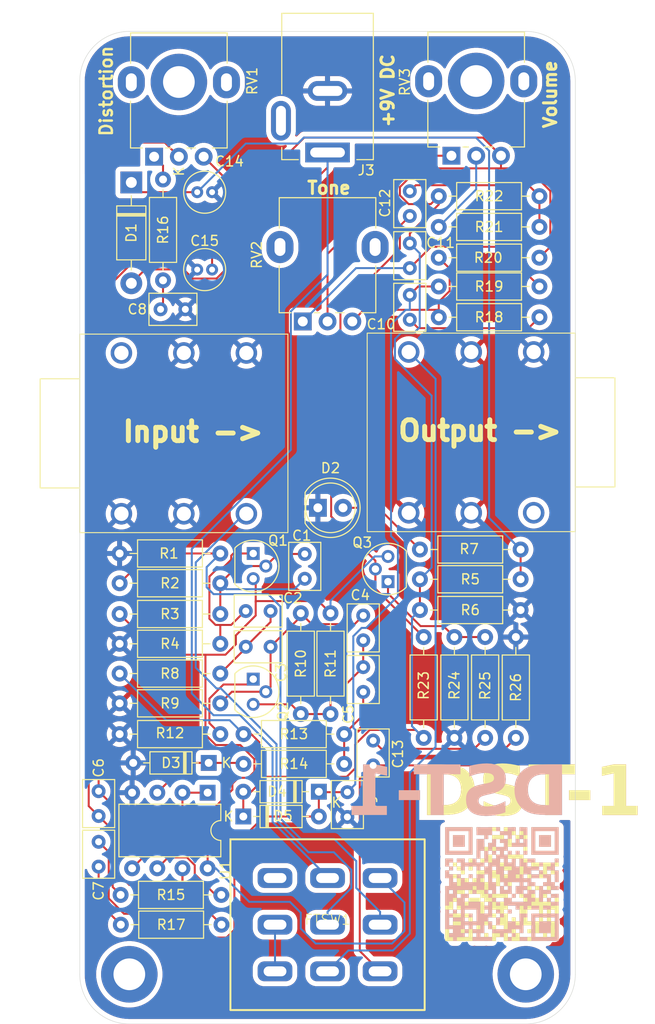
<source format=kicad_pcb>
(kicad_pcb (version 20240108) (generator "pcbnew") (generator_version "8.0")
  (layers (0 "F.Cu" signal) (31 "B.Cu" signal) (34 "B.Paste" user) (35 "F.Paste" user) (36 "B.SilkS" user "B.Silkscreen") (37 "F.SilkS" user "F.Silkscreen") (38 "B.Mask" user) (39 "F.Mask" user) (44 "Edge.Cuts" user))
  (net 0 "")
  (net 1 "Net-(Q1-E)")
  (net 2 "Net-(C1-Pad1)")
  (net 3 "Net-(Q2-B)")
  (net 4 "Net-(Q2-C)")
  (net 5 "Net-(C2-Pad2)")
  (net 6 "Net-(C5-Pad2)")
  (net 7 "Net-(C6-Pad1)")
  (net 8 "Net-(C6-Pad2)")
  (net 9 "GND")
  (net 10 "Net-(C8-Pad2)")
  (net 11 "Net-(C7-Pad1)")
  (net 12 "Net-(C10-Pad1)")
  (net 13 "+4.5V")
  (net 14 "Net-(C13-Pad2)")
  (net 15 "Net-(C11-Pad2)")
  (net 16 "Net-(Q3-B)")
  (net 17 "Net-(C12-Pad2)")
  (net 18 "Net-(D4-K)")
  (net 19 "Net-(D1-K)")
  (net 20 "Vbatt")
  (net 21 "Net-(D2-A)")
  (net 22 "Net-(Q1-B)")
  (net 23 "+9V")
  (net 24 "Net-(Q2-E)")
  (net 25 "Net-(Q3-E)")
  (net 26 "in")
  (net 27 "Net-(U1B--)")
  (net 28 "Net-(D3-K)")
  (net 29 "Net-(RV2-Pad2)")
  (net 30 "Net-(U1A--)")
  (net 31 "out")
  (net 32 "Net-(R16-Pad1)")
  (net 33 "Net-(R18-Pad2)")
  (net 34 "Net-(R21-Pad1)")
  (net 35 "DST_OUT")
  (net 36 "DST_IN")
  (net 38 "bypass")
  (footprint "Resistor_THT:R_Axial_DIN0207_L6.3mm_D2.5mm_P10.16mm_Horizontal" (layer "F.Cu") (at 141.8 129.5 180)
    (property "Reference" "R17")
    (property "Value" "2.2kΩ")
  )
  (footprint "Capacitor_THT:C_Rect_L4.6mm_W3.0mm_P2.50mm_MKS02_FKP02" (layer "F.Cu") (at 154.5 118.65 90)
    (property "Reference" "C9")
    (property "Value" "100pF")
  )
  (footprint "Resistor_THT:R_Axial_DIN0207_L6.3mm_D2.5mm_P10.16mm_Horizontal" (layer "F.Cu") (at 135.9 54.42 -90)
    (property "Reference" "R16")
    (property "Value" "4.7kΩ")
  )
  (footprint "Diode_THT:D_DO-35_SOD27_P7.62mm_Horizontal" (layer "F.Cu") (at 151.62 116.1 180)
    (property "Reference" "D4")
    (property "Value" "1N4148")
  )
  (footprint "" (layer "F.Cu") (at 172.5 134.5)
    (property "Reference" "")
    (property "Value" "")
  )
  (footprint "Diode_THT:D_DO-35_SOD27_P7.62mm_Horizontal" (layer "F.Cu") (at 140.51 113.2 180)
    (property "Reference" "D3")
    (property "Value" "1N4148")
  )
  (footprint "Capacitor_THT:C_Rect_L4.6mm_W3.0mm_P2.50mm_MKS02_FKP02" (layer "F.Cu") (at 129.4 123.65 90)
    (property "Reference" "C7")
    (property "Value" "470nF")
  )
  (footprint "" (layer "F.Cu") (at 137.5 44.6)
    (property "Reference" "")
    (property "Value" "")
  )
  (footprint "Potentiometer_THT:Potentiometer_Alpha_RD901F-40-00D_Single_Vertical" (layer "F.Cu") (at 150 68.725 90)
    (property "Reference" "RV2")
    (property "Value" "20kΩ")
  )
  (footprint "Diode_THT:D_DO-35_SOD27_P7.62mm_Horizontal" (layer "F.Cu") (at 144 118.6)
    (property "Reference" "D5")
    (property "Value" "1N4148")
  )
  (footprint "Capacitor_THT:C_Rect_L4.6mm_W3.0mm_P2.50mm_MKS02_FKP02" (layer "F.Cu") (at 144.25 101.5)
    (property "Reference" "C3")
    (property "Value" "47nF")
  )
  (footprint "Capacitor_THT:C_Rect_L4.6mm_W3.0mm_P2.50mm_MKS02_FKP02" (layer "F.Cu") (at 160.8 60.85 -90)
    (property "Reference" "C11")
    (property "Value" "100pF")
  )
  (footprint "Package_TO_SOT_THT:TO-92" (layer "F.Cu") (at 145 92.1 -90)
    (property "Reference" "Q1")
    (property "Value" "2N3904")
  )
  (footprint "Capacitor_THT:C_Rect_L4.6mm_W3.0mm_P2.50mm_MKS02_FKP02" (layer "F.Cu") (at 144.25 97.9)
    (property "Reference" "C2")
    (property "Value" "470nF")
  )
  (footprint "Package_DIP:DIP-8_W7.62mm" (layer "F.Cu") (at 140.4 116.2 -90)
    (property "Reference" "U1")
    (property "Value" "TL072")
  )
  (footprint "Resistor_THT:R_Axial_DIN0207_L6.3mm_D2.5mm_P10.16mm_Horizontal" (layer "F.Cu") (at 163.72 62.3)
    (property "Reference" "R20")
    (property "Value" "2.2kΩ")
  )
  (footprint "Potentiometer_THT:Potentiometer_Alpha_RD901F-40-00D_Single_Vertical" (layer "F.Cu") (at 165 52.025 90)
    (property "Reference" "RV3")
    (property "Value" "20kΩ")
  )
  (footprint "Capacitor_THT:C_Rect_L4.6mm_W3.0mm_P2.50mm_MKS02_FKP02" (layer "F.Cu") (at 157.1 113.45 90)
    (property "Reference" "C13")
    (property "Value" "1µF")
  )
  (footprint "Resistor_THT:R_Axial_DIN0207_L6.3mm_D2.5mm_P10.16mm_Horizontal" (layer "F.Cu") (at 144.02 113.3)
    (property "Reference" "R14")
    (property "Value" "47kΩ")
  )
  (footprint "Resistor_THT:R_Axial_DIN0207_L6.3mm_D2.5mm_P10.16mm_Horizontal" (layer "F.Cu") (at 131.52 104.2)
    (property "Reference" "R8")
    (property "Value" "100kΩ")
  )
  (footprint "Capacitor_THT:C_Radial_D4.0mm_H5.0mm_P1.50mm" (layer "F.Cu") (at 140.85 63.5 180)
    (property "Reference" "C15")
    (property "Value" "47µF")
  )
  (footprint "Resistor_THT:R_Axial_DIN0207_L6.3mm_D2.5mm_P10.16mm_Horizontal" (layer "F.Cu") (at 168.4 110.68 90)
    (property "Reference" "R25")
    (property "Value" "1kΩ")
  )
  (footprint "Resistor_THT:R_Axial_DIN0207_L6.3mm_D2.5mm_P10.16mm_Horizontal" (layer "F.Cu") (at 162.2 110.68 90)
    (property "Reference" "R23")
    (property "Value" "1MΩ")
  )
  (footprint "Resistor_THT:R_Axial_DIN0207_L6.3mm_D2.5mm_P10.16mm_Horizontal" (layer "F.Cu") (at 161.82 91.7)
    (property "Reference" "R7")
    (property "Value" "220Ω")
  )
  (footprint "" (layer "F.Cu") (at 167.5 44.5)
    (property "Reference" "")
    (property "Value" "")
  )
  (footprint "Potentiometer_THT:Potentiometer_Alpha_RD901F-40-00D_Single_Vertical" (layer "F.Cu") (at 135 52.125 90)
    (property "Reference" "RV1")
    (property "Value" "100kΩ")
  )
  (footprint "Resistor_THT:R_Axial_DIN0207_L6.3mm_D2.5mm_P10.16mm_Horizontal" (layer "F.Cu") (at 161.82 94.7)
    (property "Reference" "R5")
    (property "Value" "10kΩ")
  )
  (footprint "Package_TO_SOT_THT:TO-92" (layer "F.Cu") (at 145 104.76 -90)
    (property "Reference" "Q2")
    (property "Value" "2N3904")
  )
  (footprint "Resistor_THT:R_Axial_DIN0207_L6.3mm_D2.5mm_P10.16mm_Horizontal" (layer "F.Cu") (at 131.52 98.2)
    (property "Reference" "R3")
    (property "Value" "470kΩ")
  )
  (footprint "footprints:PJ-644C" (layer "F.Cu") (at 160.7 71.8)
    (property "Reference" "J5")
    (property "Value" "SN49B14B" (hide yes))
  )
  (footprint "Resistor_THT:R_Axial_DIN0207_L6.3mm_D2.5mm_P10.16mm_Horizontal" (layer "F.Cu") (at 131.52 101.2)
    (property "Reference" "R4")
    (property "Value" "10kΩ")
  )
  (footprint "Resistor_THT:R_Axial_DIN0207_L6.3mm_D2.5mm_P10.16mm_Horizontal" (layer "F.Cu") (at 163.72 59.2)
    (property "Reference" "R21")
    (property "Value" "10kΩ")
  )
  (footprint "Capacitor_THT:C_Radial_D4.0mm_H5.0mm_P1.50mm" (layer "F.Cu") (at 139.35 55.7)
    (property "Reference" "C14")
    (property "Value" "100µF")
  )
  (footprint "Connector_BarrelJack:BarrelJack_Kycon_KLDX-0202-xC_Horizontal" (layer "F.Cu") (at 152.5 51.7 -90)
    (property "Reference" "J3")
    (property "Value" "Barrel_Jack_MountingPin")
  )
  (footprint "Capacitor_THT:C_Rect_L4.6mm_W3.0mm_P2.50mm_MKS02_FKP02" (layer "F.Cu") (at 138.15 67.5 180)
    (property "Reference" "C8")
    (property "Value" "470nF")
  )
  (footprint "Library:3PDT Footswitch" (layer "F.Cu") (at 152.5 129.5)
    (property "Reference" "FTSW1")
    (property "Value" "~")
  )
  (footprint "Resistor_THT:R_Axial_DIN0207_L6.3mm_D2.5mm_P10.16mm_Horizontal" (layer "F.Cu") (at 131.62 126.5)
    (property "Reference" "R15")
    (property "Value" "100kΩ")
  )
  (footprint "Resistor_THT:R_Axial_DIN0207_L6.3mm_D2.5mm_P10.16mm_Horizontal" (layer "F.Cu") (at 144.02 110.3)
    (property "Reference" "R13")
    (property "Value" "100kΩ")
  )
  (footprint "Resistor_THT:R_Axial_DIN0207_L6.3mm_D2.5mm_P10.16mm_Horizontal" (layer "F.Cu") (at 131.52 95.1)
    (property "Reference" "R2")
    (property "Value" "1kΩ")
  )
  (footprint "LED_THT:LED_D5.0mm" (layer "F.Cu") (at 151.525 87.5)
    (property "Reference" "D2")
    (property "Value" "POW_LED")
  )
  (footprint "Capacitor_THT:C_Rect_L4.6mm_W3.0mm_P2.50mm_MKS02_FKP02" (layer "F.Cu") (at 129.4 118.55 90)
    (property "Reference" "C6")
    (property "Value" "100pF")
  )
  (footprint "Resistor_THT:R_Axial_DIN0207_L6.3mm_D2.5mm_P10.16mm_Horizontal" (layer "F.Cu") (at 171.5 110.68 90)
    (property "Reference" "R26")
    (property "Value" "100kΩ")
  )
  (footprint "Capacitor_THT:C_Rect_L4.6mm_W3.0mm_P2.50mm_MKS02_FKP02" (layer "F.Cu") (at 150.2 94.65 90)
    (property "Reference" "C1")
    (property "Value" "470nF")
  )
  (footprint "Resistor_THT:R_Axial_DIN0207_L6.3mm_D2.5mm_P10.16mm_Horizontal" (layer "F.Cu") (at 173.88 68.3 180)
    (property "Reference" "R18")
    (property "Value" "2.2kΩ")
  )
  (footprint "Capacitor_THT:C_Rect_L4.6mm_W3.0mm_P2.50mm_MKS02_FKP02" (layer "F.Cu") (at 160.8 68.55 90)
    (property "Reference" "C10")
    (property "Value" "100pF")
  )
  (footprint "Resistor_THT:R_Axial_DIN0207_L6.3mm_D2.5mm_P10.16mm_Horizontal" (layer "F.Cu") (at 149.8 108.28 90)
    (property "Reference" "R10")
    (property "Value" "470kΩ")
  )
  (footprint "Resistor_THT:R_Axial_DIN0207_L6.3mm_D2.5mm_P10.16mm_Horizontal" (layer "F.Cu") (at 165.3 110.68 90)
    (property "Reference" "R24")
    (property "Value" "10kΩ")
  )
  (footprint "Resistor_THT:R_Axial_DIN0207_L6.3mm_D2.5mm_P10.16mm_Horizontal" (layer "F.Cu") (at 163.72 65.2)
    (property "Reference" "R19")
    (property "Value" "6.8kΩ")
  )
  (footprint "Capacitor_THT:C_Rect_L4.6mm_W3.0mm_P2.50mm_MKS02_FKP02" (layer "F.Cu") (at 156.1 103.55 -90)
    (property "Reference" "C5")
    (property "Value" "68nF")
  )
  (footprint "" (layer "F.Cu") (at 132.5 134.5)
    (property "Reference" "")
    (property "Value" "")
  )
  (footprint "Package_TO_SOT_THT:TO-92" (layer "F.Cu") (at 158.6 94.94 90)
    (property "Reference" "Q3")
    (property "Value" "2N3904")
  )
  (footprint "Resistor_THT:R_Axial_DIN0207_L6.3mm_D2.5mm_P10.16mm_Horizontal" (layer "F.Cu") (at 171.98 97.8 180)
    (property "Reference" "R6")
    (property "Value" "10kΩ")
  )
  (footprint "Capacitor_THT:C_Rect_L4.6mm_W3.0mm_P2.50mm_MKS02_FKP02" (layer "F.Cu") (at 156.1 98.35 -90)
    (property "Reference" "C4")
    (property "Value" "250pF")
  )
  (footprint "Resistor_THT:R_Axial_DIN0207_L6.3mm_D2.5mm_P10.16mm_Horizontal" (layer "F.Cu") (at 141.68 92.1 180)
    (property "Reference" "R1")
    (property "Value" "1MΩ")
  )
  (footprint "Capacitor_THT:C_Rect_L4.6mm_W3.0mm_P2.50mm_MKS02_FKP02" (layer "F.Cu") (at 160.8 58.1 90)
    (property "Reference" "C12")
    (property "Value" "47nF")
  )
  (footprint "footprints:PJ-644C" (layer "F.Cu") (at 144.3 88.1 180)
    (property "Reference" "J4")
    (property "Value" "SN49B14B" (hide yes))
  )
  (footprint "Resistor_THT:R_Axial_DIN0207_L6.3mm_D2.5mm_P10.16mm_Horizontal" (layer "F.Cu") (at 131.52 107.2)
    (property "Reference" "R9")
    (property "Value" "100kΩ")
  )
  (footprint "Resistor_THT:R_Axial_DIN0207_L6.3mm_D2.5mm_P10.16mm_Horizontal" (layer "F.Cu") (at 152.8 108.28 90)
    (property "Reference" "R11")
    (property "Value" "10kΩ")
  )
  (footprint "Diode_THT:D_DO-41_SOD81_P10.16mm_Horizontal" (layer "F.Cu") (at 132.7 54.72 -90)
    (property "Reference" "D1")
    (property "Value" "1N4004")
  )
  (footprint "Resistor_THT:R_Axial_DIN0207_L6.3mm_D2.5mm_P10.16mm_Horizontal" (layer "F.Cu") (at 131.52 110.3)
    (property "Reference" "R12")
    (property "Value" "22Ω")
  )
  (footprint "Resistor_THT:R_Axial_DIN0207_L6.3mm_D2.5mm_P10.16mm_Horizontal" (layer "F.Cu") (at 163.72 56.1)
    (property "Reference" "R22")
    (property "Value" "1MΩ")
  )
  (gr_poly (pts (xy 173.456 125.609778) (xy 173.060889 125.609778) (xy 173.060889 125.214667) (xy 173.456 125.214667)) (stroke (width -0.000001)) (fill solid) (layer "F.Cu"))
  (gr_poly (pts (xy 165.158667 123.239111) (xy 164.763555 123.239111) (xy 164.763555 123.634222) (xy 164.368444 123.634222) (xy 164.368444 122.844) (xy 165.158667 122.844)) (stroke (width -0.000001)) (fill solid) (layer "F.Cu"))
  (gr_poly (pts (xy 167.924444 130.746223) (xy 168.319555 130.746223) (xy 168.319555 131.141334) (xy 167.529333 131.141334) (xy 167.529333 130.351111) (xy 167.924444 130.351111)) (stroke (width -0.000001)) (fill solid) (layer "F.Cu"))
  (gr_poly (pts (xy 173.060889 130.351111) (xy 172.665777 130.351111) (xy 172.665777 129.956) (xy 173.060889 129.956)) (stroke (width -0.000001)) (fill solid) (layer "F.Cu"))
  (gr_poly (pts (xy 171.875556 120.868445) (xy 171.480444 120.868445) (xy 171.480444 120.473334) (xy 171.875556 120.473334)) (stroke (width -0.000001)) (fill solid) (layer "F.Cu"))
  (gr_poly (pts (xy 173.456 126.795111) (xy 173.851111 126.795111) (xy 173.851111 127.190223) (xy 175.036444 127.190223) (xy 175.036444 127.585333) (xy 175.431556 127.585333) (xy 175.431556 126.4) (xy 175.826667 126.4) (xy 175.826667 128.375556) (xy 175.431556 128.375556) (xy 175.431556 127.980444) (xy 175.036444 127.980444) (xy 175.036444 128.375556) (xy 174.641333 128.375556) (xy 174.641333 128.770667) (xy 174.246222 128.770667) (xy 174.246222 129.165778) (xy 174.641333 129.165778) (xy 174.641333 128.770667) (xy 175.036444 128.770667) (xy 175.036444 129.165778) (xy 174.641333 129.165778) (xy 174.641333 129.560889) (xy 175.036444 129.560889) (xy 175.036444 129.165778) (xy 175.431556 129.165778) (xy 175.431556 129.956) (xy 175.826667 129.956) (xy 175.826667 130.351111) (xy 175.431556 130.351111) (xy 175.431556 130.746223) (xy 175.036444 130.746223) (xy 175.036444 130.351111) (xy 174.641333 130.351111) (xy 174.641333 131.141334) (xy 172.665777 131.141334) (xy 172.665777 130.746223) (xy 173.060889 130.746223) (xy 173.060889 130.351111) (xy 173.456 130.351111) (xy 173.456 130.746223) (xy 174.246222 130.746223) (xy 174.246222 129.560889) (xy 173.851111 129.560889) (xy 173.851111 130.351111) (xy 173.456 130.351111) (xy 173.456 129.560889) (xy 172.270666 129.560889) (xy 172.270666 129.956) (xy 171.480444 129.956) (xy 171.480444 129.560889) (xy 171.085333 129.560889) (xy 171.085333 128.770667) (xy 171.480444 128.770667) (xy 171.480444 129.165778) (xy 172.270666 129.165778) (xy 172.665777 129.165778) (xy 173.851111 129.165778) (xy 173.851111 128.375556) (xy 174.246222 128.375556) (xy 174.641333 128.375556) (xy 174.641333 127.585333) (xy 174.246222 127.585333) (xy 174.246222 128.375556) (xy 173.851111 128.375556) (xy 173.851111 127.980444) (xy 172.665777 127.980444) (xy 172.665777 129.165778) (xy 172.270666 129.165778) (xy 172.270666 128.770667) (xy 171.875556 128.770667) (xy 171.875556 127.585333) (xy 173.060889 127.585333) (xy 173.060889 126.795111) (xy 172.665777 126.795111) (xy 172.665777 127.190223) (xy 172.270666 127.190223) (xy 172.270666 126.795111) (xy 171.875556 126.795111) (xy 171.875556 126.4) (xy 173.456 126.4)) (stroke (width -0.000001)) (fill solid) (layer "F.Cu"))
  (gr_poly (pts (xy 170.690222 120.473334) (xy 170.295111 120.473334) (xy 170.295111 121.263556) (xy 170.690222 121.263556) (xy 170.690222 120.473334) (xy 171.085333 120.473334) (xy 171.085333 121.263556) (xy 171.875556 121.263556) (xy 171.875556 121.658667) (xy 170.295111 121.658667) (xy 170.295111 121.263556) (xy 169.9 121.263556) (xy 169.9 120.868445) (xy 169.504889 120.868445) (xy 169.504889 121.263556) (xy 169.109777 121.263556) (xy 169.109777 120.473334) (xy 169.9 120.473334) (xy 169.9 120.078222) (xy 170.295111 120.078222) (xy 170.295111 119.683111) (xy 170.690222 119.683111)) (stroke (width -0.000001)) (fill solid) (layer "F.Cu"))
  (gr_poly (pts (xy 173.456 128.770667) (xy 173.060889 128.770667) (xy 173.060889 128.375556) (xy 173.456 128.375556)) (stroke (width -0.000001)) (fill solid) (layer "F.Cu"))
  (gr_poly (pts (xy 166.344 130.351111) (xy 165.158667 130.351111) (xy 165.158667 129.165778) (xy 166.344 129.165778)) (stroke (width -0.000001)) (fill solid) (layer "F.Cu"))
  (gr_poly (pts (xy 175.431556 124.424444) (xy 175.036444 124.424444) (xy 175.036444 124.029334) (xy 175.431556 124.029334)) (stroke (width -0.000001)) (fill solid) (layer "F.Cu"))
  (gr_poly (pts (xy 173.060889 124.819556) (xy 172.665777 124.819556) (xy 172.665777 124.424444) (xy 173.060889 124.424444)) (stroke (width -0.000001)) (fill solid) (layer "F.Cu"))
  (gr_poly (pts (xy 168.714667 130.746223) (xy 168.319555 130.746223) (xy 168.319555 130.351111) (xy 168.714667 130.351111)) (stroke (width -0.000001)) (fill solid) (layer "F.Cu"))
  (gr_poly (pts (xy 172.665777 121.263556) (xy 172.270666 121.263556) (xy 172.270666 120.473334) (xy 172.665777 120.473334)) (stroke (width -0.000001)) (fill solid) (layer "F.Cu"))
  (gr_poly (pts (xy 168.319555 121.658667) (xy 167.924444 121.658667) (xy 167.924444 121.263556) (xy 168.319555 121.263556)) (stroke (width -0.000001)) (fill solid) (layer "F.Cu"))
  (gr_poly (pts (xy 173.456 123.239111) (xy 175.036444 123.239111) (xy 175.036444 123.634222) (xy 174.641333 123.634222) (xy 174.641333 124.424444) (xy 175.036444 124.424444) (xy 175.036444 125.214667) (xy 175.431556 125.214667) (xy 175.431556 125.609778) (xy 175.036444 125.609778) (xy 175.036444 126.4) (xy 174.641333 126.4) (xy 174.641333 124.819556) (xy 173.851111 124.819556) (xy 173.851111 124.029334) (xy 174.246222 124.029334) (xy 174.246222 123.634222) (xy 173.060889 123.634222) (xy 173.060889 122.844) (xy 173.456 122.844)) (stroke (width -0.000001)) (fill solid) (layer "F.Cu"))
  (gr_poly (pts (xy 175.826667 122.448889) (xy 173.060889 122.448889) (xy 173.060889 122.053778) (xy 173.456 122.053778) (xy 175.431556 122.053778) (xy 175.431556 120.078222) (xy 173.456 120.078222) (xy 173.456 122.053778) (xy 173.060889 122.053778) (xy 173.060889 119.683111) (xy 175.826667 119.683111)) (stroke (width -0.000001)) (fill solid) (layer "F.Cu"))
  (gr_poly (pts (xy 171.480444 120.473334) (xy 171.085333 120.473334) (xy 171.085333 119.683111) (xy 171.480444 119.683111)) (stroke (width -0.000001)) (fill solid) (layer "F.Cu"))
  (gr_poly (pts (xy 167.134222 131.141334) (xy 164.368444 131.141334) (xy 164.368444 130.746223) (xy 164.763555 130.746223) (xy 166.739111 130.746223) (xy 166.739111 128.770667) (xy 164.763555 128.770667) (xy 164.763555 130.746223) (xy 164.368444 130.746223) (xy 164.368444 128.375556) (xy 167.134222 128.375556)) (stroke (width -0.000001)) (fill solid) (layer "F.Cu"))
  (gr_poly (pts (xy 167.134222 122.448889) (xy 164.368444 122.448889) (xy 164.368444 122.053778) (xy 164.763555 122.053778) (xy 166.739111 122.053778) (xy 166.739111 120.078222) (xy 164.763555 120.078222) (xy 164.763555 122.053778) (xy 164.368444 122.053778) (xy 164.368444 119.683111) (xy 167.134222 119.683111)) (stroke (width -0.000001)) (fill solid) (layer "F.Cu"))
  (gr_poly (pts (xy 174.641333 126.795111) (xy 173.851111 126.795111) (xy 173.851111 126.4) (xy 174.641333 126.4)) (stroke (width -0.000001)) (fill solid) (layer "F.Cu"))
  (gr_poly (pts (xy 167.924444 120.078222) (xy 167.529333 120.078222) (xy 167.529333 119.683111) (xy 167.924444 119.683111)) (stroke (width -0.000001)) (fill solid) (layer "F.Cu"))
  (gr_poly (pts (xy 167.134222 126.4) (xy 166.739111 126.4) (xy 166.739111 126.004889) (xy 167.134222 126.004889)) (stroke (width -0.000001)) (fill solid) (layer "F.Cu"))
  (gr_poly (pts (xy 168.714667 120.868445) (xy 168.319555 120.868445) (xy 168.319555 120.473334) (xy 167.924444 120.473334) (xy 167.924444 120.078222) (xy 168.714667 120.078222)) (stroke (width -0.000001)) (fill solid) (layer "F.Cu"))
  (gr_poly (pts (xy 169.504889 128.770667) (xy 169.109777 128.770667) (xy 169.109777 128.375556) (xy 169.504889 128.375556)) (stroke (width -0.000001)) (fill solid) (layer "F.Cu"))
  (gr_poly (pts (xy 171.480444 126.795111) (xy 171.085333 126.795111) (xy 171.085333 126.4) (xy 171.480444 126.4)) (stroke (width -0.000001)) (fill solid) (layer "F.Cu"))
  (gr_poly (pts (xy 174.246222 126.004889) (xy 173.456 126.004889) (xy 173.456 125.609778) (xy 174.246222 125.609778)) (stroke (width -0.000001)) (fill solid) (layer "F.Cu"))
  (gr_poly (pts (xy 165.158667 126.795111) (xy 165.553778 126.795111) (xy 165.553778 127.190223) (xy 165.158667 127.190223) (xy 165.158667 127.980444) (xy 164.368444 127.980444) (xy 164.368444 126.4) (xy 165.158667 126.4)) (stroke (width -0.000001)) (fill solid) (layer "F.Cu"))
  (gr_poly (pts (xy 172.270666 120.473334) (xy 171.875556 120.473334) (xy 171.875556 119.683111) (xy 172.270666 119.683111)) (stroke (width -0.000001)) (fill solid) (layer "F.Cu"))
  (gr_poly (pts (xy 172.270666 126.004889) (xy 171.875556 126.004889) (xy 171.875556 125.609778) (xy 172.270666 125.609778)) (stroke (width -0.000001)) (fill solid) (layer "F.Cu"))
  (gr_poly (pts (xy 175.826667 124.819556) (xy 175.431556 124.819556) (xy 175.431556 124.424444) (xy 175.826667 124.424444)) (stroke (width -0.000001)) (fill solid) (layer "F.Cu"))
  (gr_poly (pts (xy 172.665777 122.448889) (xy 172.270666 122.448889) (xy 172.270666 121.658667) (xy 172.665777 121.658667)) (stroke (width -0.000001)) (fill solid) (layer "F.Cu"))
  (gr_poly (pts (xy 169.9 120.078222) (xy 168.714667 120.078222) (xy 168.714667 119.683111) (xy 169.9 119.683111)) (stroke (width -0.000001)) (fill solid) (layer "F.Cu"))
  (gr_poly (pts (xy 175.036444 121.658667) (xy 173.851111 121.658667) (xy 173.851111 120.473334) (xy 175.036444 120.473334)) (stroke (width -0.000001)) (fill solid) (layer "F.Cu"))
  (gr_poly (pts (xy 166.344 121.658667) (xy 165.158667 121.658667) (xy 165.158667 120.473334) (xy 166.344 120.473334)) (stroke (width -0.000001)) (fill solid) (layer "F.Cu"))
  (gr_poly (pts (xy 175.826667 123.634222) (xy 175.431556 123.634222) (xy 175.431556 122.844) (xy 175.826667 122.844)) (stroke (width -0.000001)) (fill solid) (layer "F.Cu"))
  (gr_poly (pts (xy 167.134222 123.239111) (xy 166.739111 123.239111) (xy 166.739111 122.844) (xy 167.134222 122.844)) (stroke (width -0.000001)) (fill solid) (layer "F.Cu"))
  (gr_poly (pts (xy 164.763555 126.004889) (xy 164.368444 126.004889) (xy 164.368444 125.609778) (xy 164.763555 125.609778)) (stroke (width -0.000001)) (fill solid) (layer "F.Cu"))
  (gr_poly (pts (xy 171.085333 128.375556) (xy 170.690222 128.375556) (xy 170.690222 127.980444) (xy 171.085333 127.980444)) (stroke (width -0.000001)) (fill solid) (layer "F.Cu"))
  (gr_poly (pts (xy 169.504889 127.585333) (xy 169.9 127.585333) (xy 169.9 127.190223) (xy 170.690222 127.190223) (xy 170.690222 127.980444) (xy 170.295111 127.980444) (xy 170.295111 128.375556) (xy 170.690222 128.375556) (xy 170.690222 129.956) (xy 171.480444 129.956) (xy 171.480444 130.351111) (xy 171.875556 130.351111) (xy 171.875556 130.746223) (xy 172.270666 130.746223) (xy 172.270666 131.141334) (xy 170.295111 131.141334) (xy 170.295111 130.746223) (xy 170.690222 130.746223) (xy 171.085333 130.746223) (xy 171.085333 130.351111) (xy 170.690222 130.351111) (xy 170.690222 130.746223) (xy 170.295111 130.746223) (xy 169.504889 130.746223) (xy 169.504889 131.141334) (xy 168.714667 131.141334) (xy 168.714667 130.746223) (xy 169.109777 130.746223) (xy 169.109777 130.351111) (xy 169.9 130.351111) (xy 169.9 129.956) (xy 170.295111 129.956) (xy 170.295111 129.560889) (xy 169.504889 129.560889) (xy 169.504889 129.165778) (xy 169.9 129.165778) (xy 169.9 127.980444) (xy 169.109777 127.980444) (xy 169.109777 127.190223) (xy 169.504889 127.190223)) (stroke (width -0.000001)) (fill solid) (layer "F.Cu"))
  (gr_poly (pts (xy 164.763555 124.424444) (xy 165.553778 124.424444) (xy 165.553778 124.819556) (xy 165.158667 124.819556) (xy 165.158667 125.609778) (xy 164.763555 125.609778) (xy 164.763555 124.819556) (xy 164.368444 124.819556) (xy 164.368444 124.029334) (xy 164.763555 124.029334)) (stroke (width -0.000001)) (fill solid) (layer "F.Cu"))
  (gr_poly (pts (xy 171.875556 126.4) (xy 171.480444 126.4) (xy 171.480444 126.004889) (xy 171.875556 126.004889)) (stroke (width -0.000001)) (fill solid) (layer "F.Cu"))
  (gr_poly (pts (xy 167.924444 122.844) (xy 167.529333 122.844) (xy 167.529333 122.053778) (xy 167.924444 122.053778)) (stroke (width -0.000001)) (fill solid) (layer "F.Cu"))
  (gr_poly (pts (xy 166.344 124.424444) (xy 165.948889 124.424444) (xy 165.948889 124.029334) (xy 165.553778 124.029334) (xy 165.553778 123.634222) (xy 165.948889 123.634222) (xy 165.948889 123.239111) (xy 165.553778 123.239111) (xy 165.553778 123.634222) (xy 165.158667 123.634222) (xy 165.158667 123.239111) (xy 165.553778 123.239111) (xy 165.553778 122.844) (xy 166.344 122.844)) (stroke (width -0.000001)) (fill solid) (layer "F.Cu"))
  (gr_poly (pts (xy 171.085333 127.190223) (xy 170.690222 127.190223) (xy 170.690222 126.795111) (xy 171.085333 126.795111)) (stroke (width -0.000001)) (fill solid) (layer "F.Cu"))
  (gr_poly (pts (xy 169.109777 121.658667) (xy 168.714667 121.658667) (xy 168.714667 122.448889) (xy 169.109777 122.448889) (xy 169.109777 121.658667) (xy 169.504889 121.658667) (xy 169.504889 122.448889) (xy 169.9 122.448889) (xy 169.9 122.053778) (xy 170.295111 122.053778) (xy 170.295111 122.844) (xy 170.690222 122.844) (xy 170.690222 122.053778) (xy 171.085333 122.053778) (xy 171.085333 122.448889) (xy 171.480444 122.448889) (xy 171.480444 122.053778) (xy 171.875556 122.053778) (xy 171.875556 122.448889) (xy 172.270666 122.448889) (xy 172.270666 122.844) (xy 172.665777 122.844) (xy 172.665777 123.239111) (xy 172.270666 123.239111) (xy 172.270666 123.634222) (xy 172.665777 123.634222) (xy 172.665777 124.029334) (xy 172.270666 124.029334) (xy 172.270666 125.214667) (xy 171.480444 125.214667) (xy 171.480444 124.424444) (xy 171.085333 124.424444) (xy 171.085333 125.609778) (xy 170.295111 125.609778) (xy 170.295111 125.214667) (xy 170.690222 125.214667) (xy 170.690222 124.819556) (xy 170.295111 124.819556) (xy 170.295111 125.214667) (xy 169.9 125.214667) (xy 169.9 125.609778) (xy 169.109777 125.609778) (xy 169.109777 126.004889) (xy 168.319555 126.004889) (xy 168.319555 126.4) (xy 169.9 126.4) (xy 169.9 126.004889) (xy 171.085333 126.004889) (xy 171.085333 126.4) (xy 170.690222 126.4) (xy 170.690222 126.795111) (xy 169.109777 126.795111) (xy 169.109777 127.190223) (xy 168.319555 127.190223) (xy 168.319555 127.585333) (xy 168.714667 127.585333) (xy 168.714667 127.980444) (xy 168.319555 127.980444) (xy 168.319555 129.165778) (xy 168.714667 129.165778) (xy 168.714667 129.560889) (xy 167.924444 129.560889) (xy 167.924444 129.956) (xy 167.529333 129.956) (xy 167.529333 129.165778) (xy 167.924444 129.165778) (xy 167.924444 128.375556) (xy 167.529333 128.375556) (xy 167.529333 127.980444) (xy 165.553778 127.980444) (xy 165.553778 127.585333) (xy 166.739111 127.585333) (xy 167.529333 127.585333) (xy 167.529333 127.980444) (xy 167.924444 127.980444) (xy 167.924444 127.190223) (xy 168.319555 127.190223) (xy 168.319555 126.795111) (xy 167.924444 126.795111) (xy 167.924444 127.190223) (xy 166.739111 127.190223) (xy 166.739111 127.585333) (xy 165.553778 127.585333) (xy 165.553778 127.190223) (xy 166.739111 127.190223) (xy 166.739111 126.795111) (xy 165.948889 126.795111) (xy 165.948889 126.4) (xy 165.553778 126.4) (xy 165.553778 126.004889) (xy 166.344 126.004889) (xy 166.344 126.4) (xy 166.739111 126.4) (xy 166.739111 126.795111) (xy 167.924444 126.795111) (xy 167.924444 126.4) (xy 167.529333 126.4) (xy 167.529333 126.004889) (xy 167.134222 126.004889) (xy 167.134222 125.609778) (xy 167.529333 125.609778) (xy 168.319555 125.609778) (xy 168.319555 125.214667) (xy 169.504889 125.214667) (xy 169.504889 124.819556) (xy 168.714667 124.819556) (xy 168.714667 124.424444) (xy 168.319555 124.424444) (xy 168.319555 125.214667) (xy 167.529333 125.214667) (xy 167.529333 125.609778) (xy 167.134222 125.609778) (xy 166.739111 125.609778) (xy 166.739111 126.004889) (xy 166.344 126.004889) (xy 166.344 125.214667) (xy 166.739111 125.214667) (xy 167.134222 125.214667) (xy 167.134222 124.819556) (xy 166.739111 124.819556) (xy 166.739111 125.214667) (xy 166.344 125.214667) (xy 165.948889 125.214667) (xy 165.948889 125.609778) (xy 165.553778 125.609778) (xy 165.553778 124.819556) (xy 166.739111 124.819556) (xy 166.739111 124.424444) (xy 167.134222 124.424444) (xy 167.134222 124.819556) (xy 167.924444 124.819556) (xy 167.924444 124.424444) (xy 167.529333 124.424444) (xy 167.529333 124.029334) (xy 168.319555 124.029334) (xy 169.109777 124.029334) (xy 169.504889 124.029334) (xy 169.504889 123.634222) (xy 169.9 123.634222) (xy 169.9 124.819556) (xy 170.295111 124.819556) (xy 170.295111 124.424444) (xy 171.085333 124.424444) (xy 171.085333 124.029334) (xy 171.480444 124.029334) (xy 171.480444 124.424444) (xy 171.875556 124.424444) (xy 171.875556 122.844) (xy 171.480444 122.844) (xy 171.480444 123.239111) (xy 171.085333 123.239111) (xy 171.085333 124.029334) (xy 170.295111 124.029334) (xy 170.295111 123.634222) (xy 169.9 123.634222) (xy 169.504889 123.634222) (xy 169.109777 123.634222) (xy 169.109777 124.029334) (xy 168.319555 124.029334) (xy 168.319555 123.634222) (xy 169.109777 123.634222) (xy 169.109777 123.239111) (xy 169.504889 123.239111) (xy 169.9 123.239111) (xy 170.295111 123.239111) (xy 170.690222 123.239111) (xy 171.085333 123.239111) (xy 171.085333 122.844) (xy 170.690222 122.844) (xy 170.690222 123.239111) (xy 170.295111 123.239111) (xy 170.295111 122.844) (xy 169.9 122.844) (xy 169.9 123.239111) (xy 169.504889 123.239111) (xy 169.504889 122.448889) (xy 169.109777 122.448889) (xy 169.109777 123.239111) (xy 168.319555 123.239111) (xy 168.319555 123.634222) (xy 167.529333 123.634222) (xy 167.529333 123.239111) (xy 167.924444 123.239111) (xy 167.924444 122.844) (xy 168.319555 122.844) (xy 168.319555 121.658667) (xy 168.714667 121.658667) (xy 168.714667 121.263556) (xy 169.109777 121.263556)) (stroke (width -0.000001)) (fill solid) (layer "F.Cu"))
  (gr_poly (pts (xy 167.134222 124.029334) (xy 166.739111 124.029334) (xy 166.739111 123.634222) (xy 167.134222 123.634222)) (stroke (width -0.000001)) (fill solid) (layer "F.Cu"))
  (gr_poly (pts (xy 173.060889 126.004889) (xy 172.665777 126.004889) (xy 172.665777 125.609778) (xy 173.060889 125.609778)) (stroke (width -0.000001)) (fill solid) (layer "F.Cu"))
  (gr_poly (pts (xy 169.504889 129.956) (xy 169.109777 129.956) (xy 169.109777 129.560889) (xy 169.504889 129.560889)) (stroke (width -0.000001)) (fill solid) (layer "F.Cu"))
  (gr_poly (pts (xy 173.060889 127.980444) (xy 173.060889 127.585333) (xy 173.851111 127.585333) (xy 173.851111 127.980444)) (stroke (width -0.000001)) (fill solid) (layer "B.Cu"))
  (gr_poly (pts (xy 170.690222 128.375556) (xy 170.690222 127.980444) (xy 171.085334 127.980444) (xy 171.085334 128.375556)) (stroke (width -0.000001)) (fill solid) (layer "B.Cu"))
  (gr_poly (pts (xy 175.036444 127.585333) (xy 175.036444 127.190223) (xy 175.826667 127.190223) (xy 175.826667 127.585333)) (stroke (width -0.000001)) (fill solid) (layer "B.Cu"))
  (gr_poly (pts (xy 172.665778 123.239111) (xy 172.665778 122.844) (xy 173.456 122.844) (xy 173.456 123.239111)) (stroke (width -0.000001)) (fill solid) (layer "B.Cu"))
  (gr_poly (pts (xy 166.739111 124.819556) (xy 166.739111 124.424444) (xy 167.134222 124.424444) (xy 167.134222 124.819556)) (stroke (width -0.000001)) (fill solid) (layer "B.Cu"))
  (gr_poly (pts (xy 174.246222 127.980444) (xy 174.246222 127.585333) (xy 175.036444 127.585333) (xy 175.036444 127.980444)) (stroke (width -0.000001)) (fill solid) (layer "B.Cu"))
  (gr_poly (pts (xy 165.158667 128.375556) (xy 165.158667 127.980444) (xy 165.553778 127.980444) (xy 165.553778 128.375556)) (stroke (width -0.000001)) (fill solid) (layer "B.Cu"))
  (gr_poly (pts (xy 174.641333 127.190223) (xy 174.641333 126.795111) (xy 175.036444 126.795111) (xy 175.036444 127.190223)) (stroke (width -0.000001)) (fill solid) (layer "B.Cu"))
  (gr_poly (pts (xy 168.714667 128.770667) (xy 168.714667 129.165778) (xy 168.319555 129.165778) (xy 168.319555 130.351111) (xy 167.924445 130.351111) (xy 167.924445 130.746223) (xy 169.109778 130.746223) (xy 169.109778 131.141334) (xy 167.134222 131.141334) (xy 167.134222 130.746223) (xy 167.529334 130.746223) (xy 167.529334 130.351111) (xy 167.134222 130.351111) (xy 167.134222 129.956) (xy 166.739111 129.956) (xy 166.739111 129.560889) (xy 166.344 129.560889) (xy 166.344 129.956) (xy 166.739111 129.956) (xy 166.739111 130.351111) (xy 166.344 130.351111) (xy 166.344 129.956) (xy 165.948889 129.956) (xy 165.948889 130.351111) (xy 166.344 130.351111) (xy 166.344 130.746223) (xy 165.553778 130.746223) (xy 165.553778 131.141334) (xy 165.158667 131.141334) (xy 165.158667 130.746223) (xy 164.763555 130.746223) (xy 164.763555 130.351111) (xy 165.158667 130.351111) (xy 165.158667 129.956) (xy 164.368444 129.956) (xy 164.368444 127.980444) (xy 164.763555 127.980444) (xy 164.763555 128.375556) (xy 165.158667 128.375556) (xy 165.158667 128.770667) (xy 164.763555 128.770667) (xy 164.763555 129.560889) (xy 165.948889 129.560889) (xy 165.948889 129.165778) (xy 165.158667 129.165778) (xy 165.158667 128.770667) (xy 165.948889 128.770667) (xy 165.948889 127.585333) (xy 165.553778 127.585333) (xy 165.553778 126.795111) (xy 165.948889 126.795111) (xy 165.948889 126.4) (xy 166.739111 126.4) (xy 166.739111 126.795111) (xy 166.344 126.795111) (xy 166.344 127.585333) (xy 166.344 127.980444) (xy 166.344 129.165778) (xy 167.134222 129.165778) (xy 167.134222 129.560889) (xy 167.134222 129.956) (xy 167.924445 129.956) (xy 167.924445 129.560889) (xy 167.134222 129.560889) (xy 167.134222 129.165778) (xy 167.529334 129.165778) (xy 167.529334 127.980444) (xy 166.344 127.980444) (xy 166.344 127.585333) (xy 166.739111 127.585333) (xy 166.739111 127.190223) (xy 167.924445 127.190223) (xy 167.924445 128.375556) (xy 168.714667 128.375556) (xy 168.714667 127.980444) (xy 168.319555 127.980444) (xy 168.319555 127.585333) (xy 168.714667 127.585333) (xy 168.714667 127.190223) (xy 169.109778 127.190223) (xy 169.109778 128.770667)) (stroke (width -0.000001)) (fill solid) (layer "B.Cu"))
  (gr_poly (pts (xy 168.714667 126.795111) (xy 168.714667 126.4) (xy 169.109778 126.4) (xy 169.109778 126.795111)) (stroke (width -0.000001)) (fill solid) (layer "B.Cu"))
  (gr_poly (pts (xy 175.036444 126.795111) (xy 175.036444 126.4) (xy 175.826667 126.4) (xy 175.826667 126.795111)) (stroke (width -0.000001)) (fill solid) (layer "B.Cu"))
  (gr_poly (pts (xy 174.641333 124.029334) (xy 174.641333 123.634222) (xy 175.036444 123.634222) (xy 175.036444 123.239111) (xy 175.431556 123.239111) (xy 175.431556 124.029334)) (stroke (width -0.000001)) (fill solid) (layer "B.Cu"))
  (gr_poly (pts (xy 172.270667 122.448889) (xy 172.270667 122.053778) (xy 172.665778 122.053778) (xy 172.665778 122.448889)) (stroke (width -0.000001)) (fill solid) (layer "B.Cu"))
  (gr_poly (pts (xy 173.060889 131.141334) (xy 173.060889 128.375556) (xy 173.456 128.375556) (xy 173.456 128.770667) (xy 173.456 130.746223) (xy 175.431556 130.746223) (xy 175.431556 128.770667) (xy 173.456 128.770667) (xy 173.456 128.375556) (xy 175.826667 128.375556) (xy 175.826667 131.141334)) (stroke (width -0.000001)) (fill solid) (layer "B.Cu"))
  (gr_poly (pts (xy 175.431556 125.214667) (xy 175.431556 124.029334) (xy 175.826667 124.029334) (xy 175.826667 125.214667)) (stroke (width -0.000001)) (fill solid) (layer "B.Cu"))
  (gr_poly (pts (xy 169.504889 129.560889) (xy 169.504889 128.770667) (xy 169.9 128.770667) (xy 169.9 129.560889)) (stroke (width -0.000001)) (fill solid) (layer "B.Cu"))
  (gr_poly (pts (xy 173.851111 121.658667) (xy 173.851111 120.473334) (xy 175.036444 120.473334) (xy 175.036444 121.658667)) (stroke (width -0.000001)) (fill solid) (layer "B.Cu"))
  (gr_poly (pts (xy 173.060889 122.448889) (xy 173.060889 119.683111) (xy 173.456 119.683111) (xy 173.456 120.078222) (xy 173.456 122.053778) (xy 175.431556 122.053778) (xy 175.431556 120.078222) (xy 173.456 120.078222) (xy 173.456 119.683111) (xy 175.826667 119.683111) (xy 175.826667 122.448889)) (stroke (width -0.000001)) (fill solid) (layer "B.Cu"))
  (gr_poly (pts (xy 164.763555 123.239111) (xy 164.763555 123.634222) (xy 164.368444 123.634222) (xy 164.368444 122.844) (xy 165.158667 122.844) (xy 165.158667 123.239111)) (stroke (width -0.000001)) (fill solid) (layer "B.Cu"))
  (gr_poly (pts (xy 168.319555 126.4) (xy 168.319555 126.004889) (xy 168.714667 126.004889) (xy 168.714667 126.4)) (stroke (width -0.000001)) (fill solid) (layer "B.Cu"))
  (gr_poly (pts (xy 171.085334 120.078222) (xy 171.085334 120.868445) (xy 170.690222 120.868445) (xy 170.690222 120.473334) (xy 169.9 120.473334) (xy 169.9 120.078222) (xy 170.690222 120.078222) (xy 170.690222 119.683111) (xy 171.480444 119.683111) (xy 171.480444 120.078222)) (stroke (width -0.000001)) (fill solid) (layer "B.Cu"))
  (gr_poly (pts (xy 169.9 128.770667) (xy 169.9 128.375556) (xy 170.295111 128.375556) (xy 170.295111 128.770667)) (stroke (width -0.000001)) (fill solid) (layer "B.Cu"))
  (gr_poly (pts (xy 169.504889 120.078222) (xy 169.504889 119.683111) (xy 169.9 119.683111) (xy 169.9 120.078222)) (stroke (width -0.000001)) (fill solid) (layer "B.Cu"))
  (gr_poly (pts (xy 166.739111 128.770667) (xy 166.739111 128.375556) (xy 167.134222 128.375556) (xy 167.134222 128.770667)) (stroke (width -0.000001)) (fill solid) (layer "B.Cu"))
  (gr_poly (pts (xy 171.085334 130.746223) (xy 171.085334 130.351111) (xy 171.480444 130.351111) (xy 171.480444 130.746223)) (stroke (width -0.000001)) (fill solid) (layer "B.Cu"))
  (gr_poly (pts (xy 171.480444 122.448889) (xy 171.480444 122.053778) (xy 171.875556 122.053778) (xy 171.875556 122.448889)) (stroke (width -0.000001)) (fill solid) (layer "B.Cu"))
  (gr_poly (pts (xy 169.109778 122.448889) (xy 169.109778 122.053778) (xy 169.504889 122.053778) (xy 169.504889 122.448889)) (stroke (width -0.000001)) (fill solid) (layer "B.Cu"))
  (gr_poly (pts (xy 171.085334 121.658667) (xy 171.085334 121.263556) (xy 171.480444 121.263556) (xy 171.480444 120.868445) (xy 171.875556 120.868445) (xy 171.875556 121.263556) (xy 172.270667 121.263556) (xy 172.270667 120.868445) (xy 171.875556 120.868445) (xy 171.875556 120.473334) (xy 172.270667 120.473334) (xy 172.270667 120.868445) (xy 172.665778 120.868445) (xy 172.665778 121.658667)) (stroke (width -0.000001)) (fill solid) (layer "B.Cu"))
  (gr_poly (pts (xy 169.504889 128.375556) (xy 169.504889 127.980444) (xy 169.9 127.980444) (xy 169.9 128.375556)) (stroke (width -0.000001)) (fill solid) (layer "B.Cu"))
  (gr_poly (pts (xy 173.851111 130.351111) (xy 173.851111 129.165778) (xy 175.036444 129.165778) (xy 175.036444 130.351111)) (stroke (width -0.000001)) (fill solid) (layer "B.Cu"))
  (gr_poly (pts (xy 173.851111 123.634222) (xy 173.851111 123.239111) (xy 174.246222 123.239111) (xy 174.246222 123.634222)) (stroke (width -0.000001)) (fill solid) (layer "B.Cu"))
  (gr_poly (pts (xy 168.714667 129.956) (xy 168.714667 129.165778) (xy 169.109778 129.165778) (xy 169.109778 129.956)) (stroke (width -0.000001)) (fill solid) (layer "B.Cu"))
  (gr_poly (pts (xy 164.368444 122.448889) (xy 164.368444 119.683111) (xy 164.763555 119.683111) (xy 164.763555 120.078222) (xy 164.763555 122.053778) (xy 166.739111 122.053778) (xy 166.739111 120.078222) (xy 164.763555 120.078222) (xy 164.763555 119.683111) (xy 167.134222 119.683111) (xy 167.134222 122.448889)) (stroke (width -0.000001)) (fill solid) (layer "B.Cu"))
  (gr_poly (pts (xy 165.553778 124.819556) (xy 165.553778 124.424444) (xy 165.948889 124.424444) (xy 165.948889 124.819556)) (stroke (width -0.000001)) (fill solid) (layer "B.Cu"))
  (gr_poly (pts (xy 167.924445 124.819556) (xy 167.924445 125.214667) (xy 168.319555 125.214667) (xy 168.319555 126.004889) (xy 167.529334 126.004889) (xy 167.529334 125.609778) (xy 167.134222 125.609778) (xy 167.134222 126.004889) (xy 165.553778 126.004889) (xy 165.553778 126.795111) (xy 165.158667 126.795111) (xy 165.158667 127.190223) (xy 164.763555 127.190223) (xy 164.763555 127.585333) (xy 164.368444 127.585333) (xy 164.368444 125.609778) (xy 164.763555 125.609778) (xy 164.763555 126.004889) (xy 164.763555 126.4) (xy 165.158667 126.4) (xy 165.158667 126.004889) (xy 164.763555 126.004889) (xy 164.763555 125.609778) (xy 164.763555 124.819556) (xy 164.368444 124.819556) (xy 164.368444 124.029334) (xy 164.763555 124.029334) (xy 164.763555 124.424444) (xy 165.158667 124.424444) (xy 165.158667 125.214667) (xy 165.553778 125.214667) (xy 165.553778 125.609778) (xy 165.948889 125.609778) (xy 165.948889 124.819556) (xy 166.344 124.819556) (xy 166.344 125.214667) (xy 167.529334 125.214667) (xy 167.529334 124.424444) (xy 168.319555 124.424444) (xy 168.319555 124.819556)) (stroke (width -0.000001)) (fill solid) (layer "B.Cu"))
  (gr_poly (pts (xy 171.875556 131.141334) (xy 171.875556 130.746223) (xy 172.665778 130.746223) (xy 172.665778 131.141334)) (stroke (width -0.000001)) (fill solid) (layer "B.Cu"))
  (gr_poly (pts (xy 172.270667 128.770667) (xy 172.270667 130.351111) (xy 171.875556 130.351111) (xy 171.875556 129.956) (xy 171.085334 129.956) (xy 171.085334 130.351111) (xy 170.295111 130.351111) (xy 170.295111 130.746223) (xy 169.9 130.746223) (xy 169.9 130.351111) (xy 169.109778 130.351111) (xy 169.109778 129.956) (xy 170.690222 129.956) (xy 170.690222 129.165778) (xy 171.480444 129.165778) (xy 171.480444 129.560889) (xy 171.875556 129.560889) (xy 171.875556 128.375556) (xy 172.665778 128.375556) (xy 172.665778 128.770667)) (stroke (width -0.000001)) (fill solid) (layer "B.Cu"))
  (gr_poly (pts (xy 172.270667 120.473334) (xy 172.270667 120.078222) (xy 171.875556 120.078222) (xy 171.875556 119.683111) (xy 172.665778 119.683111) (xy 172.665778 120.473334)) (stroke (width -0.000001)) (fill solid) (layer "B.Cu"))
  (gr_poly (pts (xy 167.134222 126.4) (xy 167.134222 126.004889) (xy 167.529334 126.004889) (xy 167.529334 126.4)) (stroke (width -0.000001)) (fill solid) (layer "B.Cu"))
  (gr_poly (pts (xy 175.036444 126.004889) (xy 175.036444 125.609778) (xy 174.246222 125.609778) (xy 174.246222 126.004889) (xy 175.036444 126.004889) (xy 175.036444 126.4) (xy 174.246222 126.4) (xy 174.246222 127.190223) (xy 173.851111 127.190223) (xy 173.851111 125.609778) (xy 174.246222 125.609778) (xy 174.246222 125.214667) (xy 174.641333 125.214667) (xy 174.641333 124.819556) (xy 174.246222 124.819556) (xy 174.246222 124.424444) (xy 175.036444 124.424444) (xy 175.036444 125.214667) (xy 175.431556 125.214667) (xy 175.431556 125.609778) (xy 175.826667 125.609778) (xy 175.826667 126.004889)) (stroke (width -0.000001)) (fill solid) (layer "B.Cu"))
  (gr_poly (pts (xy 175.431556 123.239111) (xy 175.431556 122.844) (xy 175.826667 122.844) (xy 175.826667 123.239111)) (stroke (width -0.000001)) (fill solid) (layer "B.Cu"))
  (gr_poly (pts (xy 165.158667 121.658667) (xy 165.158667 120.473334) (xy 166.344 120.473334) (xy 166.344 121.658667)) (stroke (width -0.000001)) (fill solid) (layer "B.Cu"))
  (gr_poly (pts (xy 164.763555 124.029334) (xy 164.763555 123.634222) (xy 165.158667 123.634222) (xy 165.158667 124.029334)) (stroke (width -0.000001)) (fill solid) (layer "B.Cu"))
  (gr_poly (pts (xy 169.109778 127.190223) (xy 169.109778 126.795111) (xy 169.504889 126.795111) (xy 169.504889 127.190223)) (stroke (width -0.000001)) (fill solid) (layer "B.Cu"))
  (gr_poly (pts (xy 173.851111 124.424444) (xy 173.851111 124.029334) (xy 173.060889 124.029334) (xy 173.060889 124.424444) (xy 173.851111 124.424444) (xy 173.851111 124.819556) (xy 173.060889 124.819556) (xy 173.060889 125.214667) (xy 173.456 125.214667) (xy 173.456 125.609778) (xy 172.665778 125.609778) (xy 172.665778 126.004889) (xy 173.456 126.004889) (xy 173.456 126.4) (xy 173.060889 126.4) (xy 173.060889 126.795111) (xy 173.456 126.795111) (xy 173.456 127.190223) (xy 173.060889 127.190223) (xy 173.060889 127.585333) (xy 172.665778 127.585333) (xy 172.665778 127.980444) (xy 172.270667 127.980444) (xy 172.270667 127.585333) (xy 171.875556 127.585333) (xy 171.875556 127.980444) (xy 171.480444 127.980444) (xy 171.480444 127.585333) (xy 170.295111 127.585333) (xy 170.295111 126.795111) (xy 171.085334 126.795111) (xy 171.085334 126.4) (xy 169.9 126.4) (xy 169.9 125.609778) (xy 170.295111 125.609778) (xy 170.295111 126.004889) (xy 170.690222 126.004889) (xy 170.690222 125.609778) (xy 170.295111 125.609778) (xy 170.295111 125.214667) (xy 169.9 125.214667) (xy 169.9 124.424444) (xy 169.504889 124.424444) (xy 169.504889 123.634222) (xy 169.109778 123.634222) (xy 169.109778 125.214667) (xy 169.504889 125.214667) (xy 169.504889 126.4) (xy 169.109778 126.4) (xy 169.109778 126.004889) (xy 168.714667 126.004889) (xy 168.714667 124.424444) (xy 168.319555 124.424444) (xy 168.319555 123.634222) (xy 167.924445 123.634222) (xy 167.924445 124.029334) (xy 167.529334 124.029334) (xy 167.529334 123.634222) (xy 166.344 123.634222) (xy 166.344 124.029334) (xy 165.948889 124.029334) (xy 165.948889 123.239111) (xy 165.553778 123.239111) (xy 165.553778 122.844) (xy 166.344 122.844) (xy 166.344 123.239111) (xy 167.134222 123.239111) (xy 167.134222 122.844) (xy 167.529334 122.844) (xy 167.529334 120.868445) (xy 167.924445 120.868445) (xy 167.924445 122.053778) (xy 167.924445 122.844) (xy 167.529334 122.844) (xy 167.529334 123.239111) (xy 168.319555 123.239111) (xy 168.319555 123.634222) (xy 168.714667 123.634222) (xy 168.714667 123.239111) (xy 168.319555 123.239111) (xy 168.319555 122.053778) (xy 167.924445 122.053778) (xy 167.924445 120.868445) (xy 168.319555 120.868445) (xy 168.319555 122.053778) (xy 168.714667 122.053778) (xy 168.714667 121.263556) (xy 169.109778 121.263556) (xy 169.109778 120.868445) (xy 169.504889 120.868445) (xy 169.504889 121.658667) (xy 169.109778 121.658667) (xy 169.109778 122.053778) (xy 168.714667 122.053778) (xy 168.714667 123.239111) (xy 169.109778 123.239111) (xy 169.109778 122.844) (xy 169.504889 122.844) (xy 169.504889 122.448889) (xy 169.9 122.448889) (xy 169.9 122.844) (xy 169.9 123.634222) (xy 170.295111 123.634222) (xy 170.295111 124.819556) (xy 170.690222 124.819556) (xy 170.690222 124.029334) (xy 171.085334 124.029334) (xy 171.085334 123.634222) (xy 170.295111 123.634222) (xy 170.295111 122.844) (xy 169.9 122.844) (xy 169.9 122.448889) (xy 169.9 122.053778) (xy 169.504889 122.053778) (xy 169.504889 121.658667) (xy 170.295111 121.658667) (xy 170.295111 122.053778) (xy 170.295111 122.448889) (xy 170.690222 122.448889) (xy 170.690222 122.053778) (xy 170.295111 122.053778) (xy 170.295111 121.658667) (xy 170.295111 121.263556) (xy 169.9 121.263556) (xy 169.9 120.868445) (xy 170.690222 120.868445) (xy 170.690222 122.053778) (xy 171.085334 122.053778) (xy 171.085334 122.448889) (xy 170.690222 122.448889) (xy 170.690222 123.239111) (xy 171.085334 123.239111) (xy 171.085334 122.844) (xy 171.480444 122.844) (xy 171.480444 123.634222) (xy 171.480444 124.424444) (xy 171.480444 124.819556) (xy 171.875556 124.819556) (xy 171.875556 125.214667) (xy 170.690222 125.214667) (xy 170.690222 125.609778) (xy 171.085334 125.609778) (xy 171.085334 126.4) (xy 171.480444 126.4) (xy 171.480444 126.795111) (xy 171.085334 126.795111) (xy 171.085334 127.190223) (xy 172.665778 127.190223) (xy 172.665778 126.795111) (xy 172.270667 126.795111) (xy 172.270667 126.4) (xy 171.480444 126.4) (xy 171.480444 125.609778) (xy 171.875556 125.609778) (xy 171.875556 125.214667) (xy 171.875556 124.819556) (xy 171.875556 124.424444) (xy 171.480444 124.424444) (xy 171.480444 123.634222) (xy 171.875556 123.634222) (xy 171.875556 124.424444) (xy 172.270667 124.424444) (xy 172.270667 124.819556) (xy 172.270667 125.214667) (xy 172.270667 125.609778) (xy 172.270667 126.004889) (xy 172.270667 126.4) (xy 172.665778 126.4) (xy 172.665778 126.004889) (xy 172.270667 126.004889) (xy 172.270667 125.609778) (xy 172.665778 125.609778) (xy 172.665778 125.214667) (xy 172.270667 125.214667) (xy 172.270667 124.819556) (xy 173.060889 124.819556) (xy 173.060889 124.424444) (xy 172.270667 124.424444) (xy 172.270667 123.634222) (xy 171.875556 123.634222) (xy 171.875556 122.844) (xy 172.270667 122.844) (xy 172.270667 123.239111) (xy 172.665778 123.239111) (xy 172.665778 123.634222) (xy 173.851111 123.634222) (xy 173.851111 124.029334) (xy 174.246222 124.029334) (xy 174.246222 124.424444)) (stroke (width -0.000001)) (fill solid) (layer "B.Cu"))
  (gr_poly (pts (xy 169.504889 127.585333) (xy 169.504889 127.190223) (xy 169.9 127.190223) (xy 169.9 127.585333)) (stroke (width -0.000001)) (fill solid) (layer "B.Cu"))
  (gr_poly (pts (xy 170.690222 131.141334) (xy 170.690222 130.746223) (xy 171.085334 130.746223) (xy 171.085334 131.141334)) (stroke (width -0.000001)) (fill solid) (layer "B.Cu"))
  (gr_poly (pts (xy 168.714667 120.473334) (xy 168.714667 120.868445) (xy 168.319555 120.868445) (xy 168.319555 120.473334) (xy 167.529334 120.473334) (xy 167.529334 119.683111) (xy 169.109778 119.683111) (xy 169.109778 120.473334)) (stroke (width -0.000001)) (fill solid) (layer "B.Cu"))
  (gr_poly (pts (xy 173.851111 123.634222) (xy 173.851111 123.239111) (xy 174.246222 123.239111) (xy 174.246222 123.634222)) (stroke (width -0.000001)) (fill solid) (layer "B.SilkS"))
  (gr_poly (pts (xy 169.9 128.770667) (xy 169.9 128.375556) (xy 170.295111 128.375556) (xy 170.295111 128.770667)) (stroke (width -0.000001)) (fill solid) (layer "B.SilkS"))
  (gr_poly (pts (xy 169.109778 127.190223) (xy 169.109778 126.795111) (xy 169.504889 126.795111) (xy 169.504889 127.190223)) (stroke (width -0.000001)) (fill solid) (layer "B.SilkS"))
  (gr_poly (pts (xy 169.109778 122.448889) (xy 169.109778 122.053778) (xy 169.504889 122.053778) (xy 169.504889 122.448889)) (stroke (width -0.000001)) (fill solid) (layer "B.SilkS"))
  (gr_poly (pts (xy 172.270667 122.448889) (xy 172.270667 122.053778) (xy 172.665778 122.053778) (xy 172.665778 122.448889)) (stroke (width -0.000001)) (fill solid) (layer "B.SilkS"))
  (gr_poly (pts (xy 171.085334 121.658667) (xy 171.085334 121.263556) (xy 171.480444 121.263556) (xy 171.480444 120.868445) (xy 171.875556 120.868445) (xy 171.875556 121.263556) (xy 172.270667 121.263556) (xy 172.270667 120.868445) (xy 171.875556 120.868445) (xy 171.875556 120.473334) (xy 172.270667 120.473334) (xy 172.270667 120.868445) (xy 172.665778 120.868445) (xy 172.665778 121.658667)) (stroke (width -0.000001)) (fill solid) (layer "B.SilkS"))
  (gr_poly (pts (xy 169.504889 127.585333) (xy 169.504889 127.190223) (xy 169.9 127.190223) (xy 169.9 127.585333)) (stroke (width -0.000001)) (fill solid) (layer "B.SilkS"))
  (gr_poly (pts (xy 172.665778 123.239111) (xy 172.665778 122.844) (xy 173.456 122.844) (xy 173.456 123.239111)) (stroke (width -0.000001)) (fill solid) (layer "B.SilkS"))
  (gr_poly (pts (xy 165.158667 128.375556) (xy 165.158667 127.980444) (xy 165.553778 127.980444) (xy 165.553778 128.375556)) (stroke (width -0.000001)) (fill solid) (layer "B.SilkS"))
  (gr_poly (pts (xy 171.085334 120.078222) (xy 171.085334 120.868445) (xy 170.690222 120.868445) (xy 170.690222 120.473334) (xy 169.9 120.473334) (xy 169.9 120.078222) (xy 170.690222 120.078222) (xy 170.690222 119.683111) (xy 171.480444 119.683111) (xy 171.480444 120.078222)) (stroke (width -0.000001)) (fill solid) (layer "B.SilkS"))
  (gr_poly (pts (xy 173.060889 122.448889) (xy 173.060889 119.683111) (xy 173.456 119.683111) (xy 173.456 120.078222) (xy 173.456 122.053778) (xy 175.431556 122.053778) (xy 175.431556 120.078222) (xy 173.456 120.078222) (xy 173.456 119.683111) (xy 175.826667 119.683111) (xy 175.826667 122.448889)) (stroke (width -0.000001)) (fill solid) (layer "B.SilkS"))
  (gr_poly (pts (xy 173.060889 131.141334) (xy 173.060889 128.375556) (xy 173.456 128.375556) (xy 173.456 128.770667) (xy 173.456 130.746223) (xy 175.431556 130.746223) (xy 175.431556 128.770667) (xy 173.456 128.770667) (xy 173.456 128.375556) (xy 175.826667 128.375556) (xy 175.826667 131.141334)) (stroke (width -0.000001)) (fill solid) (layer "B.SilkS"))
  (gr_poly (pts (xy 175.431556 123.239111) (xy 175.431556 122.844) (xy 175.826667 122.844) (xy 175.826667 123.239111)) (stroke (width -0.000001)) (fill solid) (layer "B.SilkS"))
  (gr_poly (pts (xy 172.270667 128.770667) (xy 172.270667 130.351111) (xy 171.875556 130.351111) (xy 171.875556 129.956) (xy 171.085334 129.956) (xy 171.085334 130.351111) (xy 170.295111 130.351111) (xy 170.295111 130.746223) (xy 169.9 130.746223) (xy 169.9 130.351111) (xy 169.109778 130.351111) (xy 169.109778 129.956) (xy 170.690222 129.956) (xy 170.690222 129.165778) (xy 171.480444 129.165778) (xy 171.480444 129.560889) (xy 171.875556 129.560889) (xy 171.875556 128.375556) (xy 172.665778 128.375556) (xy 172.665778 128.770667)) (stroke (width -0.000001)) (fill solid) (layer "B.SilkS"))
  (gr_poly (pts (xy 164.763555 123.239111) (xy 164.763555 123.634222) (xy 164.368444 123.634222) (xy 164.368444 122.844) (xy 165.158667 122.844) (xy 165.158667 123.239111)) (stroke (width -0.000001)) (fill solid) (layer "B.SilkS"))
  (gr_poly (pts (xy 168.319555 126.4) (xy 168.319555 126.004889) (xy 168.714667 126.004889) (xy 168.714667 126.4)) (stroke (width -0.000001)) (fill solid) (layer "B.SilkS"))
  (gr_poly (pts (xy 167.134222 126.4) (xy 167.134222 126.004889) (xy 167.529334 126.004889) (xy 167.529334 126.4)) (stroke (width -0.000001)) (fill solid) (layer "B.SilkS"))
  (gr_poly (pts (xy 166.739111 128.770667) (xy 166.739111 128.375556) (xy 167.134222 128.375556) (xy 167.134222 128.770667)) (stroke (width -0.000001)) (fill solid) (layer "B.SilkS"))
  (gr_poly (pts (xy 166.739111 124.819556) (xy 166.739111 124.424444) (xy 167.134222 124.424444) (xy 167.134222 124.819556)) (stroke (width -0.000001)) (fill solid) (layer "B.SilkS"))
  (gr_poly (pts (xy 172.270667 120.473334) (xy 172.270667 120.078222) (xy 171.875556 120.078222) (xy 171.875556 119.683111) (xy 172.665778 119.683111) (xy 172.665778 120.473334)) (stroke (width -0.000001)) (fill solid) (layer "B.SilkS"))
  (gr_poly (pts (xy 164.368444 122.448889) (xy 164.368444 119.683111) (xy 164.763555 119.683111) (xy 164.763555 120.078222) (xy 164.763555 122.053778) (xy 166.739111 122.053778) (xy 166.739111 120.078222) (xy 164.763555 120.078222) (xy 164.763555 119.683111) (xy 167.134222 119.683111) (xy 167.134222 122.448889)) (stroke (width -0.000001)) (fill solid) (layer "B.SilkS"))
  (gr_poly (pts (xy 165.553778 124.819556) (xy 165.553778 124.424444) (xy 165.948889 124.424444) (xy 165.948889 124.819556)) (stroke (width -0.000001)) (fill solid) (layer "B.SilkS"))
  (gr_poly (pts (xy 175.036444 126.004889) (xy 175.036444 125.609778) (xy 174.246222 125.609778) (xy 174.246222 126.004889) (xy 175.036444 126.004889) (xy 175.036444 126.4) (xy 174.246222 126.4) (xy 174.246222 127.190223) (xy 173.851111 127.190223) (xy 173.851111 125.609778) (xy 174.246222 125.609778) (xy 174.246222 125.214667) (xy 174.641333 125.214667) (xy 174.641333 124.819556) (xy 174.246222 124.819556) (xy 174.246222 124.424444) (xy 175.036444 124.424444) (xy 175.036444 125.214667) (xy 175.431556 125.214667) (xy 175.431556 125.609778) (xy 175.826667 125.609778) (xy 175.826667 126.004889)) (stroke (width -0.000001)) (fill solid) (layer "B.SilkS"))
  (gr_poly (pts (xy 173.060889 127.980444) (xy 173.060889 127.585333) (xy 173.851111 127.585333) (xy 173.851111 127.980444)) (stroke (width -0.000001)) (fill solid) (layer "B.SilkS"))
  (gr_poly (pts (xy 171.480444 122.448889) (xy 171.480444 122.053778) (xy 171.875556 122.053778) (xy 171.875556 122.448889)) (stroke (width -0.000001)) (fill solid) (layer "B.SilkS"))
  (gr_poly (pts (xy 167.924445 124.819556) (xy 167.924445 125.214667) (xy 168.319555 125.214667) (xy 168.319555 126.004889) (xy 167.529334 126.004889) (xy 167.529334 125.609778) (xy 167.134222 125.609778) (xy 167.134222 126.004889) (xy 165.553778 126.004889) (xy 165.553778 126.795111) (xy 165.158667 126.795111) (xy 165.158667 127.190223) (xy 164.763555 127.190223) (xy 164.763555 127.585333) (xy 164.368444 127.585333) (xy 164.368444 125.609778) (xy 164.763555 125.609778) (xy 164.763555 126.004889) (xy 164.763555 126.4) (xy 165.158667 126.4) (xy 165.158667 126.004889) (xy 164.763555 126.004889) (xy 164.763555 125.609778) (xy 164.763555 124.819556) (xy 164.368444 124.819556) (xy 164.368444 124.029334) (xy 164.763555 124.029334) (xy 164.763555 124.424444) (xy 165.158667 124.424444) (xy 165.158667 125.214667) (xy 165.553778 125.214667) (xy 165.553778 125.609778) (xy 165.948889 125.609778) (xy 165.948889 124.819556) (xy 166.344 124.819556) (xy 166.344 125.214667) (xy 167.529334 125.214667) (xy 167.529334 124.424444) (xy 168.319555 124.424444) (xy 168.319555 124.819556)) (stroke (width -0.000001)) (fill solid) (layer "B.SilkS"))
  (gr_poly (pts (xy 168.714667 128.770667) (xy 168.714667 129.165778) (xy 168.319555 129.165778) (xy 168.319555 130.351111) (xy 167.924445 130.351111) (xy 167.924445 130.746223) (xy 169.109778 130.746223) (xy 169.109778 131.141334) (xy 167.134222 131.141334) (xy 167.134222 130.746223) (xy 167.529334 130.746223) (xy 167.529334 130.351111) (xy 167.134222 130.351111) (xy 167.134222 129.956) (xy 166.739111 129.956) (xy 166.739111 129.560889) (xy 166.344 129.560889) (xy 166.344 129.956) (xy 166.739111 129.956) (xy 166.739111 130.351111) (xy 166.344 130.351111) (xy 166.344 129.956) (xy 165.948889 129.956) (xy 165.948889 130.351111) (xy 166.344 130.351111) (xy 166.344 130.746223) (xy 165.553778 130.746223) (xy 165.553778 131.141334) (xy 165.158667 131.141334) (xy 165.158667 130.746223) (xy 164.763555 130.746223) (xy 164.763555 130.351111) (xy 165.158667 130.351111) (xy 165.158667 129.956) (xy 164.368444 129.956) (xy 164.368444 127.980444) (xy 164.763555 127.980444) (xy 164.763555 128.375556) (xy 165.158667 128.375556) (xy 165.158667 128.770667) (xy 164.763555 128.770667) (xy 164.763555 129.560889) (xy 165.948889 129.560889) (xy 165.948889 129.165778) (xy 165.158667 129.165778) (xy 165.158667 128.770667) (xy 165.948889 128.770667) (xy 165.948889 127.585333) (xy 165.553778 127.585333) (xy 165.553778 126.795111) (xy 165.948889 126.795111) (xy 165.948889 126.4) (xy 166.739111 126.4) (xy 166.739111 126.795111) (xy 166.344 126.795111) (xy 166.344 127.585333) (xy 166.344 127.980444) (xy 166.344 129.165778) (xy 167.134222 129.165778) (xy 167.134222 129.560889) (xy 167.134222 129.956) (xy 167.924445 129.956) (xy 167.924445 129.560889) (xy 167.134222 129.560889) (xy 167.134222 129.165778) (xy 167.529334 129.165778) (xy 167.529334 127.980444) (xy 166.344 127.980444) (xy 166.344 127.585333) (xy 166.739111 127.585333) (xy 166.739111 127.190223) (xy 167.924445 127.190223) (xy 167.924445 128.375556) (xy 168.714667 128.375556) (xy 168.714667 127.980444) (xy 168.319555 127.980444) (xy 168.319555 127.585333) (xy 168.714667 127.585333) (xy 168.714667 127.190223) (xy 169.109778 127.190223) (xy 169.109778 128.770667)) (stroke (width -0.000001)) (fill solid) (layer "B.SilkS"))
  (gr_poly (pts (xy 168.714667 126.795111) (xy 168.714667 126.4) (xy 169.109778 126.4) (xy 169.109778 126.795111)) (stroke (width -0.000001)) (fill solid) (layer "B.SilkS"))
  (gr_poly (pts (xy 171.875556 131.141334) (xy 171.875556 130.746223) (xy 172.665778 130.746223) (xy 172.665778 131.141334)) (stroke (width -0.000001)) (fill solid) (layer "B.SilkS"))
  (gr_poly (pts (xy 169.504889 120.078222) (xy 169.504889 119.683111) (xy 169.9 119.683111) (xy 169.9 120.078222)) (stroke (width -0.000001)) (fill solid) (layer "B.SilkS"))
  (gr_poly (pts (xy 173.851111 121.658667) (xy 173.851111 120.473334) (xy 175.036444 120.473334) (xy 175.036444 121.658667)) (stroke (width -0.000001)) (fill solid) (layer "B.SilkS"))
  (gr_poly (pts (xy 168.714667 129.956) (xy 168.714667 129.165778) (xy 169.109778 129.165778) (xy 169.109778 129.956)) (stroke (width -0.000001)) (fill solid) (layer "B.SilkS"))
  (gr_poly (pts (xy 174.246222 127.980444) (xy 174.246222 127.585333) (xy 175.036444 127.585333) (xy 175.036444 127.980444)) (stroke (width -0.000001)) (fill solid) (layer "B.SilkS"))
  (gr_poly (pts (xy 170.690222 131.141334) (xy 170.690222 130.746223) (xy 171.085334 130.746223) (xy 171.085334 131.141334)) (stroke (width -0.000001)) (fill solid) (layer "B.SilkS"))
  (gr_poly (pts (xy 173.851111 130.351111) (xy 173.851111 129.165778) (xy 175.036444 129.165778) (xy 175.036444 130.351111)) (stroke (width -0.000001)) (fill solid) (layer "B.SilkS"))
  (gr_poly (pts (xy 169.504889 129.560889) (xy 169.504889 128.770667) (xy 169.9 128.770667) (xy 169.9 129.560889)) (stroke (width -0.000001)) (fill solid) (layer "B.SilkS"))
  (gr_poly (pts (xy 175.036444 127.585333) (xy 175.036444 127.190223) (xy 175.826667 127.190223) (xy 175.826667 127.585333)) (stroke (width -0.000001)) (fill solid) (layer "B.SilkS"))
  (gr_poly (pts (xy 168.714667 120.473334) (xy 168.714667 120.868445) (xy 168.319555 120.868445) (xy 168.319555 120.473334) (xy 167.529334 120.473334) (xy 167.529334 119.683111) (xy 169.109778 119.683111) (xy 169.109778 120.473334)) (stroke (width -0.000001)) (fill solid) (layer "B.SilkS"))
  (gr_poly (pts (xy 165.158667 121.658667) (xy 165.158667 120.473334) (xy 166.344 120.473334) (xy 166.344 121.658667)) (stroke (width -0.000001)) (fill solid) (layer "B.SilkS"))
  (gr_poly (pts (xy 174.641333 127.190223) (xy 174.641333 126.795111) (xy 175.036444 126.795111) (xy 175.036444 127.190223)) (stroke (width -0.000001)) (fill solid) (layer "B.SilkS"))
  (gr_poly (pts (xy 175.431556 125.214667) (xy 175.431556 124.029334) (xy 175.826667 124.029334) (xy 175.826667 125.214667)) (stroke (width -0.000001)) (fill solid) (layer "B.SilkS"))
  (gr_poly (pts (xy 169.504889 128.375556) (xy 169.504889 127.980444) (xy 169.9 127.980444) (xy 169.9 128.375556)) (stroke (width -0.000001)) (fill solid) (layer "B.SilkS"))
  (gr_poly (pts (xy 174.641333 124.029334) (xy 174.641333 123.634222) (xy 175.036444 123.634222) (xy 175.036444 123.239111) (xy 175.431556 123.239111) (xy 175.431556 124.029334)) (stroke (width -0.000001)) (fill solid) (layer "B.SilkS"))
  (gr_poly (pts (xy 173.851111 124.424444) (xy 173.851111 124.029334) (xy 173.060889 124.029334) (xy 173.060889 124.424444) (xy 173.851111 124.424444) (xy 173.851111 124.819556) (xy 173.060889 124.819556) (xy 173.060889 125.214667) (xy 173.456 125.214667) (xy 173.456 125.609778) (xy 172.665778 125.609778) (xy 172.665778 126.004889) (xy 173.456 126.004889) (xy 173.456 126.4) (xy 173.060889 126.4) (xy 173.060889 126.795111) (xy 173.456 126.795111) (xy 173.456 127.190223) (xy 173.060889 127.190223) (xy 173.060889 127.585333) (xy 172.665778 127.585333) (xy 172.665778 127.980444) (xy 172.270667 127.980444) (xy 172.270667 127.585333) (xy 171.875556 127.585333) (xy 171.875556 127.980444) (xy 171.480444 127.980444) (xy 171.480444 127.585333) (xy 170.295111 127.585333) (xy 170.295111 126.795111) (xy 171.085334 126.795111) (xy 171.085334 126.4) (xy 169.9 126.4) (xy 169.9 125.609778) (xy 170.295111 125.609778) (xy 170.295111 126.004889) (xy 170.690222 126.004889) (xy 170.690222 125.609778) (xy 170.295111 125.609778) (xy 170.295111 125.214667) (xy 169.9 125.214667) (xy 169.9 124.424444) (xy 169.504889 124.424444) (xy 169.504889 123.634222) (xy 169.109778 123.634222) (xy 169.109778 125.214667) (xy 169.504889 125.214667) (xy 169.504889 126.4) (xy 169.109778 126.4) (xy 169.109778 126.004889) (xy 168.714667 126.004889) (xy 168.714667 124.424444) (xy 168.319555 124.424444) (xy 168.319555 123.634222) (xy 167.924445 123.634222) (xy 167.924445 124.029334) (xy 167.529334 124.029334) (xy 167.529334 123.634222) (xy 166.344 123.634222) (xy 166.344 124.029334) (xy 165.948889 124.029334) (xy 165.948889 123.239111) (xy 165.553778 123.239111) (xy 165.553778 122.844) (xy 166.344 122.844) (xy 166.344 123.239111) (xy 167.134222 123.239111) (xy 167.134222 122.844) (xy 167.529334 122.844) (xy 167.529334 120.868445) (xy 167.924445 120.868445) (xy 167.924445 122.053778) (xy 167.924445 122.844) (xy 167.529334 122.844) (xy 167.529334 123.239111) (xy 168.319555 123.239111) (xy 168.319555 123.634222) (xy 168.714667 123.634222) (xy 168.714667 123.239111) (xy 168.319555 123.239111) (xy 168.319555 122.053778) (xy 167.924445 122.053778) (xy 167.924445 120.868445) (xy 168.319555 120.868445) (xy 168.319555 122.053778) (xy 168.714667 122.053778) (xy 168.714667 121.263556) (xy 169.109778 121.263556) (xy 169.109778 120.868445) (xy 169.504889 120.868445) (xy 169.504889 121.658667) (xy 169.109778 121.658667) (xy 169.109778 122.053778) (xy 168.714667 122.053778) (xy 168.714667 123.239111) (xy 169.109778 123.239111) (xy 169.109778 122.844) (xy 169.504889 122.844) (xy 169.504889 122.448889) (xy 169.9 122.448889) (xy 169.9 122.844) (xy 169.9 123.634222) (xy 170.295111 123.634222) (xy 170.295111 124.819556) (xy 170.690222 124.819556) (xy 170.690222 124.029334) (xy 171.085334 124.029334) (xy 171.085334 123.634222) (xy 170.295111 123.634222) (xy 170.295111 122.844) (xy 169.9 122.844) (xy 169.9 122.448889) (xy 169.9 122.053778) (xy 169.504889 122.053778) (xy 169.504889 121.658667) (xy 170.295111 121.658667) (xy 170.295111 122.053778) (xy 170.295111 122.448889) (xy 170.690222 122.448889) (xy 170.690222 122.053778) (xy 170.295111 122.053778) (xy 170.295111 121.658667) (xy 170.295111 121.263556) (xy 169.9 121.263556) (xy 169.9 120.868445) (xy 170.690222 120.868445) (xy 170.690222 122.053778) (xy 171.085334 122.053778) (xy 171.085334 122.448889) (xy 170.690222 122.448889) (xy 170.690222 123.239111) (xy 171.085334 123.239111) (xy 171.085334 122.844) (xy 171.480444 122.844) (xy 171.480444 123.634222) (xy 171.480444 124.424444) (xy 171.480444 124.819556) (xy 171.875556 124.819556) (xy 171.875556 125.214667) (xy 170.690222 125.214667) (xy 170.690222 125.609778) (xy 171.085334 125.609778) (xy 171.085334 126.4) (xy 171.480444 126.4) (xy 171.480444 126.795111) (xy 171.085334 126.795111) (xy 171.085334 127.190223) (xy 172.665778 127.190223) (xy 172.665778 126.795111) (xy 172.270667 126.795111) (xy 172.270667 126.4) (xy 171.480444 126.4) (xy 171.480444 125.609778) (xy 171.875556 125.609778) (xy 171.875556 125.214667) (xy 171.875556 124.819556) (xy 171.875556 124.424444) (xy 171.480444 124.424444) (xy 171.480444 123.634222) (xy 171.875556 123.634222) (xy 171.875556 124.424444) (xy 172.270667 124.424444) (xy 172.270667 124.819556) (xy 172.270667 125.214667) (xy 172.270667 125.609778) (xy 172.270667 126.004889) (xy 172.270667 126.4) (xy 172.665778 126.4) (xy 172.665778 126.004889) (xy 172.270667 126.004889) (xy 172.270667 125.609778) (xy 172.665778 125.609778) (xy 172.665778 125.214667) (xy 172.270667 125.214667) (xy 172.270667 124.819556) (xy 173.060889 124.819556) (xy 173.060889 124.424444) (xy 172.270667 124.424444) (xy 172.270667 123.634222) (xy 171.875556 123.634222) (xy 171.875556 122.844) (xy 172.270667 122.844) (xy 172.270667 123.239111) (xy 172.665778 123.239111) (xy 172.665778 123.634222) (xy 173.851111 123.634222) (xy 173.851111 124.029334) (xy 174.246222 124.029334) (xy 174.246222 124.424444)) (stroke (width -0.000001)) (fill solid) (layer "B.SilkS"))
  (gr_poly (pts (xy 170.690222 128.375556) (xy 170.690222 127.980444) (xy 171.085334 127.980444) (xy 171.085334 128.375556)) (stroke (width -0.000001)) (fill solid) (layer "B.SilkS"))
  (gr_poly (pts (xy 164.763555 124.029334) (xy 164.763555 123.634222) (xy 165.158667 123.634222) (xy 165.158667 124.029334)) (stroke (width -0.000001)) (fill solid) (layer "B.SilkS"))
  (gr_poly (pts (xy 171.085334 130.746223) (xy 171.085334 130.351111) (xy 171.480444 130.351111) (xy 171.480444 130.746223)) (stroke (width -0.000001)) (fill solid) (layer "B.SilkS"))
  (gr_poly (pts (xy 175.036444 126.795111) (xy 175.036444 126.4) (xy 175.826667 126.4) (xy 175.826667 126.795111)) (stroke (width -0.000001)) (fill solid) (layer "B.SilkS"))
  (gr_poly (pts (xy 169.109777 121.658667) (xy 168.714667 121.658667) (xy 168.714667 122.448889) (xy 169.109777 122.448889) (xy 169.109777 121.658667) (xy 169.504889 121.658667) (xy 169.504889 122.448889) (xy 169.9 122.448889) (xy 169.9 122.053778) (xy 170.295111 122.053778) (xy 170.295111 122.844) (xy 170.690222 122.844) (xy 170.690222 122.053778) (xy 171.085333 122.053778) (xy 171.085333 122.448889) (xy 171.480444 122.448889) (xy 171.480444 122.053778) (xy 171.875556 122.053778) (xy 171.875556 122.448889) (xy 172.270666 122.448889) (xy 172.270666 122.844) (xy 172.665777 122.844) (xy 172.665777 123.239111) (xy 172.270666 123.239111) (xy 172.270666 123.634222) (xy 172.665777 123.634222) (xy 172.665777 124.029334) (xy 172.270666 124.029334) (xy 172.270666 125.214667) (xy 171.480444 125.214667) (xy 171.480444 124.424444) (xy 171.085333 124.424444) (xy 171.085333 125.609778) (xy 170.295111 125.609778) (xy 170.295111 125.214667) (xy 170.690222 125.214667) (xy 170.690222 124.819556) (xy 170.295111 124.819556) (xy 170.295111 125.214667) (xy 169.9 125.214667) (xy 169.9 125.609778) (xy 169.109777 125.609778) (xy 169.109777 126.004889) (xy 168.319555 126.004889) (xy 168.319555 126.4) (xy 169.9 126.4) (xy 169.9 126.004889) (xy 171.085333 126.004889) (xy 171.085333 126.4) (xy 170.690222 126.4) (xy 170.690222 126.795111) (xy 169.109777 126.795111) (xy 169.109777 127.190223) (xy 168.319555 127.190223) (xy 168.319555 127.585333) (xy 168.714667 127.585333) (xy 168.714667 127.980444) (xy 168.319555 127.980444) (xy 168.319555 129.165778) (xy 168.714667 129.165778) (xy 168.714667 129.560889) (xy 167.924444 129.560889) (xy 167.924444 129.956) (xy 167.529333 129.956) (xy 167.529333 129.165778) (xy 167.924444 129.165778) (xy 167.924444 128.375556) (xy 167.529333 128.375556) (xy 167.529333 127.980444) (xy 165.553778 127.980444) (xy 165.553778 127.585333) (xy 166.739111 127.585333) (xy 167.529333 127.585333) (xy 167.529333 127.980444) (xy 167.924444 127.980444) (xy 167.924444 127.190223) (xy 168.319555 127.190223) (xy 168.319555 126.795111) (xy 167.924444 126.795111) (xy 167.924444 127.190223) (xy 166.739111 127.190223) (xy 166.739111 127.585333) (xy 165.553778 127.585333) (xy 165.553778 127.190223) (xy 166.739111 127.190223) (xy 166.739111 126.795111) (xy 165.948889 126.795111) (xy 165.948889 126.4) (xy 165.553778 126.4) (xy 165.553778 126.004889) (xy 166.344 126.004889) (xy 166.344 126.4) (xy 166.739111 126.4) (xy 166.739111 126.795111) (xy 167.924444 126.795111) (xy 167.924444 126.4) (xy 167.529333 126.4) (xy 167.529333 126.004889) (xy 167.134222 126.004889) (xy 167.134222 125.609778) (xy 167.529333 125.609778) (xy 168.319555 125.609778) (xy 168.319555 125.214667) (xy 169.504889 125.214667) (xy 169.504889 124.819556) (xy 168.714667 124.819556) (xy 168.714667 124.424444) (xy 168.319555 124.424444) (xy 168.319555 125.214667) (xy 167.529333 125.214667) (xy 167.529333 125.609778) (xy 167.134222 125.609778) (xy 166.739111 125.609778) (xy 166.739111 126.004889) (xy 166.344 126.004889) (xy 166.344 125.214667) (xy 166.739111 125.214667) (xy 167.134222 125.214667) (xy 167.134222 124.819556) (xy 166.739111 124.819556) (xy 166.739111 125.214667) (xy 166.344 125.214667) (xy 165.948889 125.214667) (xy 165.948889 125.609778) (xy 165.553778 125.609778) (xy 165.553778 124.819556) (xy 166.739111 124.819556) (xy 166.739111 124.424444) (xy 167.134222 124.424444) (xy 167.134222 124.819556) (xy 167.924444 124.819556) (xy 167.924444 124.424444) (xy 167.529333 124.424444) (xy 167.529333 124.029334) (xy 168.319555 124.029334) (xy 169.109777 124.029334) (xy 169.504889 124.029334) (xy 169.504889 123.634222) (xy 169.9 123.634222) (xy 169.9 124.819556) (xy 170.295111 124.819556) (xy 170.295111 124.424444) (xy 171.085333 124.424444) (xy 171.085333 124.029334) (xy 171.480444 124.029334) (xy 171.480444 124.424444) (xy 171.875556 124.424444) (xy 171.875556 122.844) (xy 171.480444 122.844) (xy 171.480444 123.239111) (xy 171.085333 123.239111) (xy 171.085333 124.029334) (xy 170.295111 124.029334) (xy 170.295111 123.634222) (xy 169.9 123.634222) (xy 169.504889 123.634222) (xy 169.109777 123.634222) (xy 169.109777 124.029334) (xy 168.319555 124.029334) (xy 168.319555 123.634222) (xy 169.109777 123.634222) (xy 169.109777 123.239111) (xy 169.504889 123.239111) (xy 169.9 123.239111) (xy 170.295111 123.239111) (xy 170.690222 123.239111) (xy 171.085333 123.239111) (xy 171.085333 122.844) (xy 170.690222 122.844) (xy 170.690222 123.239111) (xy 170.295111 123.239111) (xy 170.295111 122.844) (xy 169.9 122.844) (xy 169.9 123.239111) (xy 169.504889 123.239111) (xy 169.504889 122.448889) (xy 169.109777 122.448889) (xy 169.109777 123.239111) (xy 168.319555 123.239111) (xy 168.319555 123.634222) (xy 167.529333 123.634222) (xy 167.529333 123.239111) (xy 167.924444 123.239111) (xy 167.924444 122.844) (xy 168.319555 122.844) (xy 168.319555 121.658667) (xy 168.714667 121.658667) (xy 168.714667 121.263556) (xy 169.109777 121.263556)) (stroke (width -0.000001)) (fill solid) (layer "F.SilkS"))
  (gr_poly (pts (xy 171.480444 120.473334) (xy 171.085333 120.473334) (xy 171.085333 119.683111) (xy 171.480444 119.683111)) (stroke (width -0.000001)) (fill solid) (layer "F.SilkS"))
  (gr_poly (pts (xy 169.504889 129.956) (xy 169.109777 129.956) (xy 169.109777 129.560889) (xy 169.504889 129.560889)) (stroke (width -0.000001)) (fill solid) (layer "F.SilkS"))
  (gr_poly (pts (xy 167.134222 122.448889) (xy 164.368444 122.448889) (xy 164.368444 122.053778) (xy 164.763555 122.053778) (xy 166.739111 122.053778) (xy 166.739111 120.078222) (xy 164.763555 120.078222) (xy 164.763555 122.053778) (xy 164.368444 122.053778) (xy 164.368444 119.683111) (xy 167.134222 119.683111)) (stroke (width -0.000001)) (fill solid) (layer "F.SilkS"))
  (gr_poly (pts (xy 167.134222 124.029334) (xy 166.739111 124.029334) (xy 166.739111 123.634222) (xy 167.134222 123.634222)) (stroke (width -0.000001)) (fill solid) (layer "F.SilkS"))
  (gr_poly (pts (xy 167.924444 120.078222) (xy 167.529333 120.078222) (xy 167.529333 119.683111) (xy 167.924444 119.683111)) (stroke (width -0.000001)) (fill solid) (layer "F.SilkS"))
  (gr_poly (pts (xy 164.763555 124.424444) (xy 165.553778 124.424444) (xy 165.553778 124.819556) (xy 165.158667 124.819556) (xy 165.158667 125.609778) (xy 164.763555 125.609778) (xy 164.763555 124.819556) (xy 164.368444 124.819556) (xy 164.368444 124.029334) (xy 164.763555 124.029334)) (stroke (width -0.000001)) (fill solid) (layer "F.SilkS"))
  (gr_poly (pts (xy 173.456 123.239111) (xy 175.036444 123.239111) (xy 175.036444 123.634222) (xy 174.641333 123.634222) (xy 174.641333 124.424444) (xy 175.036444 124.424444) (xy 175.036444 125.214667) (xy 175.431556 125.214667) (xy 175.431556 125.609778) (xy 175.036444 125.609778) (xy 175.036444 126.4) (xy 174.641333 126.4) (xy 174.641333 124.819556) (xy 173.851111 124.819556) (xy 173.851111 124.029334) (xy 174.246222 124.029334) (xy 174.246222 123.634222) (xy 173.060889 123.634222) (xy 173.060889 122.844) (xy 173.456 122.844)) (stroke (width -0.000001)) (fill solid) (layer "F.SilkS"))
  (gr_poly (pts (xy 175.431556 124.424444) (xy 175.036444 124.424444) (xy 175.036444 124.029334) (xy 175.431556 124.029334)) (stroke (width -0.000001)) (fill solid) (layer "F.SilkS"))
  (gr_poly (pts (xy 174.246222 126.004889) (xy 173.456 126.004889) (xy 173.456 125.609778) (xy 174.246222 125.609778)) (stroke (width -0.000001)) (fill solid) (layer "F.SilkS"))
  (gr_poly (pts (xy 168.714667 120.868445) (xy 168.319555 120.868445) (xy 168.319555 120.473334) (xy 167.924444 120.473334) (xy 167.924444 120.078222) (xy 168.714667 120.078222)) (stroke (width -0.000001)) (fill solid) (layer "F.SilkS"))
  (gr_poly (pts (xy 173.456 128.770667) (xy 173.060889 128.770667) (xy 173.060889 128.375556) (xy 173.456 128.375556)) (stroke (width -0.000001)) (fill solid) (layer "F.SilkS"))
  (gr_poly (pts (xy 167.924444 130.746223) (xy 168.319555 130.746223) (xy 168.319555 131.141334) (xy 167.529333 131.141334) (xy 167.529333 130.351111) (xy 167.924444 130.351111)) (stroke (width -0.000001)) (fill solid) (layer "F.SilkS"))
  (gr_poly (pts (xy 169.9 120.078222) (xy 168.714667 120.078222) (xy 168.714667 119.683111) (xy 169.9 119.683111)) (stroke (width -0.000001)) (fill solid) (layer "F.SilkS"))
  (gr_poly (pts (xy 173.456 126.795111) (xy 173.851111 126.795111) (xy 173.851111 127.190223) (xy 175.036444 127.190223) (xy 175.036444 127.585333) (xy 175.431556 127.585333) (xy 175.431556 126.4) (xy 175.826667 126.4) (xy 175.826667 128.375556) (xy 175.431556 128.375556) (xy 175.431556 127.980444) (xy 175.036444 127.980444) (xy 175.036444 128.375556) (xy 174.641333 128.375556) (xy 174.641333 128.770667) (xy 174.246222 128.770667) (xy 174.246222 129.165778) (xy 174.641333 129.165778) (xy 174.641333 128.770667) (xy 175.036444 128.770667) (xy 175.036444 129.165778) (xy 174.641333 129.165778) (xy 174.641333 129.560889) (xy 175.036444 129.560889) (xy 175.036444 129.165778) (xy 175.431556 129.165778) (xy 175.431556 129.956) (xy 175.826667 129.956) (xy 175.826667 130.351111) (xy 175.431556 130.351111) (xy 175.431556 130.746223) (xy 175.036444 130.746223) (xy 175.036444 130.351111) (xy 174.641333 130.351111) (xy 174.641333 131.141334) (xy 172.665777 131.141334) (xy 172.665777 130.746223) (xy 173.060889 130.746223) (xy 173.060889 130.351111) (xy 173.456 130.351111) (xy 173.456 130.746223) (xy 174.246222 130.746223) (xy 174.246222 129.560889) (xy 173.851111 129.560889) (xy 173.851111 130.351111) (xy 173.456 130.351111) (xy 173.456 129.560889) (xy 172.270666 129.560889) (xy 172.270666 129.956) (xy 171.480444 129.956) (xy 171.480444 129.560889) (xy 171.085333 129.560889) (xy 171.085333 128.770667) (xy 171.480444 128.770667) (xy 171.480444 129.165778) (xy 172.270666 129.165778) (xy 172.665777 129.165778) (xy 173.851111 129.165778) (xy 173.851111 128.375556) (xy 174.246222 128.375556) (xy 174.641333 128.375556) (xy 174.641333 127.585333) (xy 174.246222 127.585333) (xy 174.246222 128.375556) (xy 173.851111 128.375556) (xy 173.851111 127.980444) (xy 172.665777 127.980444) (xy 172.665777 129.165778) (xy 172.270666 129.165778) (xy 172.270666 128.770667) (xy 171.875556 128.770667) (xy 171.875556 127.585333) (xy 173.060889 127.585333) (xy 173.060889 126.795111) (xy 172.665777 126.795111) (xy 172.665777 127.190223) (xy 172.270666 127.190223) (xy 172.270666 126.795111) (xy 171.875556 126.795111) (xy 171.875556 126.4) (xy 173.456 126.4)) (stroke (width -0.000001)) (fill solid) (layer "F.SilkS"))
  (gr_poly (pts (xy 174.641333 126.795111) (xy 173.851111 126.795111) (xy 173.851111 126.4) (xy 174.641333 126.4)) (stroke (width -0.000001)) (fill solid) (layer "F.SilkS"))
  (gr_poly (pts (xy 166.344 124.424444) (xy 165.948889 124.424444) (xy 165.948889 124.029334) (xy 165.553778 124.029334) (xy 165.553778 123.634222) (xy 165.948889 123.634222) (xy 165.948889 123.239111) (xy 165.553778 123.239111) (xy 165.553778 123.634222) (xy 165.158667 123.634222) (xy 165.158667 123.239111) (xy 165.553778 123.239111) (xy 165.553778 122.844) (xy 166.344 122.844)) (stroke (width -0.000001)) (fill solid) (layer "F.SilkS"))
  (gr_poly (pts (xy 170.690222 120.473334) (xy 170.295111 120.473334) (xy 170.295111 121.263556) (xy 170.690222 121.263556) (xy 170.690222 120.473334) (xy 171.085333 120.473334) (xy 171.085333 121.263556) (xy 171.875556 121.263556) (xy 171.875556 121.658667) (xy 170.295111 121.658667) (xy 170.295111 121.263556) (xy 169.9 121.263556) (xy 169.9 120.868445) (xy 169.504889 120.868445) (xy 169.504889 121.263556) (xy 169.109777 121.263556) (xy 169.109777 120.473334) (xy 169.9 120.473334) (xy 169.9 120.078222) (xy 170.295111 120.078222) (xy 170.295111 119.683111) (xy 170.690222 119.683111)) (stroke (width -0.000001)) (fill solid) (layer "F.SilkS"))
  (gr_poly (pts (xy 171.480444 126.795111) (xy 171.085333 126.795111) (xy 171.085333 126.4) (xy 171.480444 126.4)) (stroke (width -0.000001)) (fill solid) (layer "F.SilkS"))
  (gr_poly (pts (xy 175.826667 124.819556) (xy 175.431556 124.819556) (xy 175.431556 124.424444) (xy 175.826667 124.424444)) (stroke (width -0.000001)) (fill solid) (layer "F.SilkS"))
  (gr_poly (pts (xy 172.665777 121.263556) (xy 172.270666 121.263556) (xy 172.270666 120.473334) (xy 172.665777 120.473334)) (stroke (width -0.000001)) (fill solid) (layer "F.SilkS"))
  (gr_poly (pts (xy 167.924444 122.844) (xy 167.529333 122.844) (xy 167.529333 122.053778) (xy 167.924444 122.053778)) (stroke (width -0.000001)) (fill solid) (layer "F.SilkS"))
  (gr_poly (pts (xy 167.134222 123.239111) (xy 166.739111 123.239111) (xy 166.739111 122.844) (xy 167.134222 122.844)) (stroke (width -0.000001)) (fill solid) (layer "F.SilkS"))
  (gr_poly (pts (xy 171.085333 128.375556) (xy 170.690222 128.375556) (xy 170.690222 127.980444) (xy 171.085333 127.980444)) (stroke (width -0.000001)) (fill solid) (layer "F.SilkS"))
  (gr_poly (pts (xy 167.134222 131.141334) (xy 164.368444 131.141334) (xy 164.368444 130.746223) (xy 164.763555 130.746223) (xy 166.739111 130.746223) (xy 166.739111 128.770667) (xy 164.763555 128.770667) (xy 164.763555 130.746223) (xy 164.368444 130.746223) (xy 164.368444 128.375556) (xy 167.134222 128.375556)) (stroke (width -0.000001)) (fill solid) (layer "F.SilkS"))
  (gr_poly (pts (xy 165.158667 123.239111) (xy 164.763555 123.239111) (xy 164.763555 123.634222) (xy 164.368444 123.634222) (xy 164.368444 122.844) (xy 165.158667 122.844)) (stroke (width -0.000001)) (fill solid) (layer "F.SilkS"))
  (gr_poly (pts (xy 169.504889 127.585333) (xy 169.9 127.585333) (xy 169.9 127.190223) (xy 170.690222 127.190223) (xy 170.690222 127.980444) (xy 170.295111 127.980444) (xy 170.295111 128.375556) (xy 170.690222 128.375556) (xy 170.690222 129.956) (xy 171.480444 129.956) (xy 171.480444 130.351111) (xy 171.875556 130.351111) (xy 171.875556 130.746223) (xy 172.270666 130.746223) (xy 172.270666 131.141334) (xy 170.295111 131.141334) (xy 170.295111 130.746223) (xy 170.690222 130.746223) (xy 171.085333 130.746223) (xy 171.085333 130.351111) (xy 170.690222 130.351111) (xy 170.690222 130.746223) (xy 170.295111 130.746223) (xy 169.504889 130.746223) (xy 169.504889 131.141334) (xy 168.714667 131.141334) (xy 168.714667 130.746223) (xy 169.109777 130.746223) (xy 169.109777 130.351111) (xy 169.9 130.351111) (xy 169.9 129.956) (xy 170.295111 129.956) (xy 170.295111 129.560889) (xy 169.504889 129.560889) (xy 169.504889 129.165778) (xy 169.9 129.165778) (xy 169.9 127.980444) (xy 169.109777 127.980444) (xy 169.109777 127.190223) (xy 169.504889 127.190223)) (stroke (width -0.000001)) (fill solid) (layer "F.SilkS"))
  (gr_poly (pts (xy 171.085333 127.190223) (xy 170.690222 127.190223) (xy 170.690222 126.795111) (xy 171.085333 126.795111)) (stroke (width -0.000001)) (fill solid) (layer "F.SilkS"))
  (gr_poly (pts (xy 172.270666 126.004889) (xy 171.875556 126.004889) (xy 171.875556 125.609778) (xy 172.270666 125.609778)) (stroke (width -0.000001)) (fill solid) (layer "F.SilkS"))
  (gr_poly (pts (xy 165.158667 126.795111) (xy 165.553778 126.795111) (xy 165.553778 127.190223) (xy 165.158667 127.190223) (xy 165.158667 127.980444) (xy 164.368444 127.980444) (xy 164.368444 126.4) (xy 165.158667 126.4)) (stroke (width -0.000001)) (fill solid) (layer "F.SilkS"))
  (gr_poly (pts (xy 173.060889 130.351111) (xy 172.665777 130.351111) (xy 172.665777 129.956) (xy 173.060889 129.956)) (stroke (width -0.000001)) (fill solid) (layer "F.SilkS"))
  (gr_poly (pts (xy 175.036444 121.658667) (xy 173.851111 121.658667) (xy 173.851111 120.473334) (xy 175.036444 120.473334)) (stroke (width -0.000001)) (fill solid) (layer "F.SilkS"))
  (gr_poly (pts (xy 166.344 121.658667) (xy 165.158667 121.658667) (xy 165.158667 120.473334) (xy 166.344 120.473334)) (stroke (width -0.000001)) (fill solid) (layer "F.SilkS"))
  (gr_poly (pts (xy 164.763555 126.004889) (xy 164.368444 126.004889) (xy 164.368444 125.609778) (xy 164.763555 125.609778)) (stroke (width -0.000001)) (fill solid) (layer "F.SilkS"))
  (gr_poly (pts (xy 171.875556 126.4) (xy 171.480444 126.4) (xy 171.480444 126.004889) (xy 171.875556 126.004889)) (stroke (width -0.000001)) (fill solid) (layer "F.SilkS"))
  (gr_poly (pts (xy 171.875556 120.868445) (xy 171.480444 120.868445) (xy 171.480444 120.473334) (xy 171.875556 120.473334)) (stroke (width -0.000001)) (fill solid) (layer "F.SilkS"))
  (gr_poly (pts (xy 172.270666 120.473334) (xy 171.875556 120.473334) (xy 171.875556 119.683111) (xy 172.270666 119.683111)) (stroke (width -0.000001)) (fill solid) (layer "F.SilkS"))
  (gr_poly (pts (xy 175.826667 123.634222) (xy 175.431556 123.634222) (xy 175.431556 122.844) (xy 175.826667 122.844)) (stroke (width -0.000001)) (fill solid) (layer "F.SilkS"))
  (gr_poly (pts (xy 173.060889 124.819556) (xy 172.665777 124.819556) (xy 172.665777 124.424444) (xy 173.060889 124.424444)) (stroke (width -0.000001)) (fill solid) (layer "F.SilkS"))
  (gr_poly (pts (xy 166.344 130.351111) (xy 165.158667 130.351111) (xy 165.158667 129.165778) (xy 166.344 129.165778)) (stroke (width -0.000001)) (fill solid) (layer "F.SilkS"))
  (gr_poly (pts (xy 173.060889 126.004889) (xy 172.665777 126.004889) (xy 172.665777 125.609778) (xy 173.060889 125.609778)) (stroke (width -0.000001)) (fill solid) (layer "F.SilkS"))
  (gr_poly (pts (xy 175.826667 122.448889) (xy 173.060889 122.448889) (xy 173.060889 122.053778) (xy 173.456 122.053778) (xy 175.431556 122.053778) (xy 175.431556 120.078222) (xy 173.456 120.078222) (xy 173.456 122.053778) (xy 173.060889 122.053778) (xy 173.060889 119.683111) (xy 175.826667 119.683111)) (stroke (width -0.000001)) (fill solid) (layer "F.SilkS"))
  (gr_poly (pts (xy 168.319555 121.658667) (xy 167.924444 121.658667) (xy 167.924444 121.263556) (xy 168.319555 121.263556)) (stroke (width -0.000001)) (fill solid) (layer "F.SilkS"))
  (gr_poly (pts (xy 173.456 125.609778) (xy 173.060889 125.609778) (xy 173.060889 125.214667) (xy 173.456 125.214667)) (stroke (width -0.000001)) (fill solid) (layer "F.SilkS"))
  (gr_poly (pts (xy 168.714667 130.746223) (xy 168.319555 130.746223) (xy 168.319555 130.351111) (xy 168.714667 130.351111)) (stroke (width -0.000001)) (fill solid) (layer "F.SilkS"))
  (gr_poly (pts (xy 167.134222 126.4) (xy 166.739111 126.4) (xy 166.739111 126.004889) (xy 167.134222 126.004889)) (stroke (width -0.000001)) (fill solid) (layer "F.SilkS"))
  (gr_poly (pts (xy 172.665777 122.448889) (xy 172.270666 122.448889) (xy 172.270666 121.658667) (xy 172.665777 121.658667)) (stroke (width -0.000001)) (fill solid) (layer "F.SilkS"))
  (gr_poly (pts (xy 169.504889 128.770667) (xy 169.109777 128.770667) (xy 169.109777 128.375556) (xy 169.504889 128.375556)) (stroke (width -0.000001)) (fill solid) (layer "F.SilkS"))
  (gr_arc (start 127.5 44.5) (mid 128.964466 40.964466) (end 132.5 39.5) (stroke (width 0.05)) (layer "Edge.Cuts"))
  (gr_arc (start 132.5 139.5) (mid 128.964466 138.035534) (end 127.5 134.5) (stroke (width 0.05)) (layer "Edge.Cuts"))
  (gr_arc (start 177.5 134.5) (mid 176.035534 138.035534) (end 172.5 139.5) (stroke (width 0.05)) (layer "Edge.Cuts"))
  (gr_line (start 127.5 134.5) (end 127.5 44.5) (stroke (width 0.05)) (layer "Edge.Cuts"))
  (gr_line (start 172.5 139.5) (end 132.5 139.5) (stroke (width 0.05)) (layer "Edge.Cuts"))
  (gr_line (start 132.5 39.5) (end 172.5 39.5) (stroke (width 0.05)) (layer "Edge.Cuts"))
  (gr_line (start 177.5 44.5) (end 177.5 134.5) (stroke (width 0.05)) (layer "Edge.Cuts"))
  (gr_arc (start 172.5 39.5) (mid 176.035534 40.964466) (end 177.5 44.5) (stroke (width 0.05)) (layer "Edge.Cuts"))
  (gr_text "DST-1" (at 161.9 119.3 0) (layer "F.Cu") (effects (font (size 5 5) (thickness 0.3) (bold yes)) (justify left bottom)))
  (gr_text "DST-1" (at 176.8 119.3 0) (layer "B.Cu") (effects (font (size 5 5) (thickness 0.3) (bold yes)) (justify left bottom mirror)))
  (gr_text "DST-1" (at 176.8 119.3 0) (layer "B.SilkS") (effects (font (size 5 5) (thickness 0.3) (bold yes)) (justify left bottom mirror)))
  (gr_text "Input ->" (at 131.6 81 0) (layer "F.SilkS") (effects (font (size 2 2) (thickness 0.5) (bold yes)) (justify left bottom)))
  (gr_text "Output ->" (at 159.4 80.9 0) (layer "F.SilkS") (effects (font (size 2 2) (thickness 0.5) (bold yes)) (justify left bottom)))
  (gr_text "DST-1" (at 161.9 119.3 0) (layer "F.SilkS") (effects (font (size 5 5) (thickness 0.3) (bold yes)) (justify left bottom)))
  (gr_text "Tone" (at 150.3 56 0) (layer "F.SilkS") (effects (font (size 1.25 1.25) (thickness 0.3) (bold yes)) (justify left bottom)))
  (gr_text "Volume" (at 175.7 49.4 90) (layer "F.SilkS") (effects (font (size 1.25 1.25) (thickness 0.3) (bold yes)) (justify left bottom)))
  (gr_text "+9V DC" (at 159.3 49.3 90) (layer "F.SilkS") (effects (font (size 1.25 1.25) (thickness 0.3) (bold yes)) (justify left bottom)))
  (gr_text "Distortion" (at 130.9 50.2 90) (layer "F.SilkS") (effects (font (size 1.25 1.25) (thickness 0.25) (bold yes)) (justify left bottom)))
  (segment (start 144.25 97.9) (end 144.175 97.9) (width 0.2) (layer "F.Cu") (net 1))
  (segment (start 141.9 93.6) (end 141.4 93.6) (width 0.2) (layer "F.Cu") (net 1))
  (segment (start 142.78 92.32) (end 142.78 92.72) (width 0.2) (layer "F.Cu") (net 1))
  (segment (start 145 92.1) (end 143 92.1) (width 0.2) (layer "F.Cu") (net 1))
  (segment (start 140.58 94.42) (end 140.58 98.68) (width 0.2) (layer "F.Cu") (net 1))
  (segment (start 140.58 98.68) (end 141.2 99.3) (width 0.2) (layer "F.Cu") (net 1))
  (segment (start 141.7 99.3) (end 141.68 99.32) (width 0.2) (layer "F.Cu") (net 1))
  (segment (start 142.78 92.72) (end 141.9 93.6) (width 0.2) (layer "F.Cu") (net 1))
  (segment (start 141.4 93.6) (end 140.58 94.42) (width 0.2) (layer "F.Cu") (net 1))
  (segment (start 142.775 99.3) (end 141.7 99.3) (width 0.2) (layer "F.Cu") (net 1))
  (segment (start 144.175 97.9) (end 142.775 99.3) (width 0.2) (layer "F.Cu") (net 1))
  (segment (start 143 92.1) (end 142.78 92.32) (width 0.2) (layer "F.Cu") (net 1))
  (segment (start 141.2 99.3) (end 141.7 99.3) (width 0.2) (layer "F.Cu") (net 1))
  (segment (start 141.68 99.32) (end 141.68 101.2) (width 0.2) (layer "F.Cu") (net 1))
  (segment (start 142.28 95.7) (end 141.68 95.1) (width 0.2) (layer "B.Cu") (net 2))
  (segment (start 150.2 94.65) (end 149.15 95.7) (width 0.2) (layer "B.Cu") (net 2))
  (segment (start 149.15 95.7) (end 142.28 95.7) (width 0.2) (layer "B.Cu") (net 2))
  (segment (start 146.75 105.55) (end 146.27 106.03) (width 0.2) (layer "F.Cu") (net 3))
  (segment (start 155.23 99.22) (end 150.9 99.22) (width 0.2) (layer "F.Cu") (net 3))
  (segment (start 141.68 107.2) (end 142.85 106.03) (width 0.2) (layer "F.Cu") (net 3))
  (segment (start 142.85 106.03) (end 146.27 106.03) (width 0.2) (layer "F.Cu") (net 3))
  (segment (start 150.9 99.22) (end 149.8 98.12) (width 0.2) (layer "F.Cu") (net 3))
  (segment (start 146.75 101.5) (end 146.75 105.55) (width 0.2) (layer "F.Cu") (net 3))
  (segment (start 149.8 98.45) (end 149.8 98.12) (width 0.2) (layer "F.Cu") (net 3))
  (segment (start 156.1 98.35) (end 155.23 99.22) (width 0.2) (layer "F.Cu") (net 3))
  (segment (start 146.75 101.5) (end 149.8 98.45) (width 0.2) (layer "F.Cu") (net 3))
  (segment (start 149.8 108.28) (end 152.8 108.28) (width 0.2) (layer "F.Cu") (net 4))
  (segment (start 156.1 100.85) (end 156.1 103.55) (width 0.2) (layer "F.Cu") (net 4))
  (segment (start 148.82 107.3) (end 149.8 108.28) (width 0.2) (layer "F.Cu") (net 4))
  (segment (start 152.8 106.85) (end 156.1 103.55) (width 0.2) (layer "F.Cu") (net 4))
  (segment (start 145 107.3) (end 148.82 107.3) (width 0.2) (layer "F.Cu") (net 4))
  (segment (start 152.8 108.28) (end 152.8 106.85) (width 0.2) (layer "F.Cu") (net 4))
  (segment (start 146.75 97.9) (end 146.75 99) (width 0.2) (layer "F.Cu") (net 5))
  (segment (start 144.25 101.63) (end 144.25 101.5) (width 0.2) (layer "F.Cu") (net 5))
  (segment (start 146.75 99) (end 144.25 101.5) (width 0.2) (layer "F.Cu") (net 5))
  (segment (start 141.68 104.2) (end 144.25 101.63) (width 0.2) (layer "F.Cu") (net 5))
  (segment (start 156.1 108.38) (end 154.18 110.3) (width 0.2) (layer "F.Cu") (net 6))
  (segment (start 154.18 110.3) (end 154.18 113.3) (width 0.2) (layer "F.Cu") (net 6))
  (segment (start 156.1 106.05) (end 156.1 108.38) (width 0.2) (layer "F.Cu") (net 6))
  (segment (start 130.820001 125.700001) (end 130.820001 119.970001) (width 0.2) (layer "F.Cu") (net 7))
  (segment (start 132.3 50.7) (end 128.4 54.6) (width 0.2) (layer "F.Cu") (net 7))
  (segment (start 130.820001 119.970001) (end 129.4 118.55) (width 0.2) (layer "F.Cu") (net 7))
  (segment (start 137.5 52.125) (end 136.075 50.7) (width 0.2) (layer "F.Cu") (net 7))
  (segment (start 131.62 126.5) (end 130.820001 125.700001) (width 0.2) (layer "F.Cu") (net 7))
  (segment (start 128.4 54.6) (end 128.4 117.55) (width 0.2) (layer "F.Cu") (net 7))
  (segment (start 128.4 117.55) (end 129.4 118.55) (width 0.2) (layer "F.Cu") (net 7))
  (segment (start 136.075 50.7) (end 132.3 50.7) (width 0.2) (layer "F.Cu") (net 7))
  (segment (start 132.5 125.5) (end 137.86 125.5) (width 0.2) (layer "F.Cu") (net 8))
  (segment (start 142.4 54.525) (end 142.4 57.384314) (width 0.2) (layer "F.Cu") (net 8))
  (segment (start 142.4 57.384314) (end 140.45 59.334314) (width 0.2) (layer "F.Cu") (net 8))
  (segment (start 137.86 125.5) (end 137.86 123.82) (width 0.2) (layer "F.Cu") (net 8))
  (segment (start 140 52.125) (end 142.4 54.525) (width 0.2) (layer "F.Cu") (net 8))
  (segment (start 137.86 125.56) (end 137.86 123.82) (width 0.2) (layer "F.Cu") (net 8))
  (segment (start 129.4 116.05) (end 131.3 117.95) (width 0.2) (layer "F.Cu") (net 8))
  (segment (start 140.45 59.35) (end 136.72 63.08) (width 0.2) (layer "F.Cu") (net 8))
  (segment (start 136.72 63.08) (end 132.52 63.08) (width 0.2) (layer "F.Cu") (net 8))
  (segment (start 131.3 124.3) (end 132.5 125.5) (width 0.2) (layer "F.Cu") (net 8))
  (segment (start 141.8 129.5) (end 137.86 125.56) (width 0.2) (layer "F.Cu") (net 8))
  (segment (start 129.4 66.2) (end 129.4 116.05) (width 0.2) (layer "F.Cu") (net 8))
  (segment (start 131.3 117.95) (end 131.3 124.3) (width 0.2) (layer "F.Cu") (net 8))
  (segment (start 132.52 63.08) (end 129.4 66.2) (width 0.2) (layer "F.Cu") (net 8))
  (segment (start 140.45 59.334314) (end 140.45 59.35) (width 0.2) (layer "F.Cu") (net 8))
  (segment (start 135.9 67.25) (end 135.65 67.5) (width 0.2) (layer "F.Cu") (net 10))
  (segment (start 135.9 64.58) (end 135.9 67.25) (width 0.2) (layer "F.Cu") (net 10))
  (segment (start 129.4 127.26) (end 131.64 129.5) (width 0.2) (layer "F.Cu") (net 11))
  (segment (start 129.4 123.65) (end 129.4 127.26) (width 0.2) (layer "F.Cu") (net 11))
  (segment (start 161.65 69.4) (end 160.8 68.55) (width 0.2) (layer "F.Cu") (net 12))
  (segment (start 172.78 69.4) (end 161.65 69.4) (width 0.2) (layer "F.Cu") (net 12))
  (segment (start 173.88 68.3) (end 172.78 69.4) (width 0.2) (layer "F.Cu") (net 12))
  (segment (start 145.6 111.1) (end 145.6 114.5) (width 0.2) (layer "F.Cu") (net 13))
  (segment (start 144.8 116.1) (end 144 116.1) (width 0.2) (layer "F.Cu") (net 13))
  (segment (start 174.98 61.2) (end 174.98 55.58) (width 0.2) (layer "F.Cu") (net 13))
  (segment (start 144.02 110.3) (end 144.8 110.3) (width 0.2) (layer "F.Cu") (net 13))
  (segment (start 144.8 110.3) (end 145.6 111.1) (width 0.2) (layer "F.Cu") (net 13))
  (segment (start 161.400001 109.880001) (end 162.2 110.68) (width 0.2) (layer "F.Cu") (net 13))
  (segment (start 162.920001 56.899999) (end 160.685785 56.899999) (width 0.2) (layer "F.Cu") (net 13))
  (segment (start 163.72 56.940051) (end 163.72 56.1) (width 0.2) (layer "F.Cu") (net 13))
  (segment (start 170 53.3) (end 170 52.025) (width 0.2) (layer "F.Cu") (net 13))
  (segment (start 161.82 94.7) (end 161.82 97.8) (width 0.2) (layer "F.Cu") (net 13))
  (segment (start 150.15 50.2) (end 168.175 50.2) (width 0.2) (layer "F.Cu") (net 13))
  (segment (start 144 118.6) (end 144 116.1) (width 0.2) (layer "F.Cu") (net 13))
  (segment (start 168.175 50.2) (end 170 52.025) (width 0.2) (layer "F.Cu") (net 13))
  (segment (start 159.8 56.014214) (end 159.8 55.185786) (width 0.2) (layer "F.Cu") (net 13))
  (segment (start 172.7 53.3) (end 170 53.3) (width 0.2) (layer "F.Cu") (net 13))
  (segment (start 159.8 55.185786) (end 161.685786 53.3) (width 0.2) (layer "F.Cu") (net 13))
  (segment (start 145.6 114.6) (end 154.435635 114.6) (width 0.2) (layer "F.Cu") (net 13))
  (segment (start 163.72 56.1) (end 162.920001 56.899999) (width 0.2) (layer "F.Cu") (net 13))
  (segment (start 160.8 60.85) (end 160.8 59.860051) (width 0.2) (layer "F.Cu") (net 13))
  (segment (start 145.6 114.5) (end 145.6 114.6) (width 0.2) (layer "F.Cu") (net 13))
  (segment (start 173.88 62.3) (end 174.98 61.2) (width 0.2) (layer "F.Cu") (net 13))
  (segment (start 160.8 59.860051) (end 163.72 56.940051) (width 0.2) (layer "F.Cu") (net 13))
  (segment (start 161.685786 53.3) (end 170 53.3) (width 0.2) (layer "F.Cu") (net 13))
  (segment (start 155.28 111.355786) (end 156.755785 109.880001) (width 0.2) (layer "F.Cu") (net 13))
  (segment (start 140.85 63.5) (end 140.85 59.5) (width 0.2) (layer "F.Cu") (net 13))
  (segment (start 145.6 114.5) (end 145.6 115.3) (width 0.2) (layer "F.Cu") (net 13))
  (segment (start 145.6 115.3) (end 144.8 116.1) (width 0.2) (layer "F.Cu") (net 13))
  (segment (start 174.98 55.58) (end 172.7 53.3) (width 0.2) (layer "F.Cu") (net 13))
  (segment (start 155.28 113.755635) (end 155.28 111.355786) (width 0.2) (layer "F.Cu") (net 13))
  (segment (start 140.85 59.5) (end 150.15 50.2) (width 0.2) (layer "F.Cu") (net 13))
  (segment (start 154.435635 114.6) (end 155.28 113.755635) (width 0.2) (layer "F.Cu") (net 13))
  (segment (start 156.755785 109.880001) (end 161.400001 109.880001) (width 0.2) (layer "F.Cu") (net 13))
  (segment (start 160.685785 56.899999) (end 159.8 56.014214) (width 0.2) (layer "F.Cu") (net 13))
  (segment (start 163 76.2) (end 163 93.52) (width 0.2) (layer "B.Cu") (net 13))
  (segment (start 161.8 61.85) (end 161.8 69.3) (width 0.2) (layer "B.Cu") (net 13))
  (segment (start 163 93.52) (end 161.82 94.7) (width 0.2) (layer "B.Cu") (net 13))
  (segment (start 142.62 108.9) (end 136.22 108.9) (width 0.2) (layer "B.Cu") (net 13))
  (segment (start 161.020001 98.599999) (end 161.020001 109.500001) (width 0.2) (layer "B.Cu") (net 13))
  (segment (start 161.020001 109.500001) (end 162.2 110.68) (width 0.2) (layer "B.Cu") (net 13))
  (segment (start 136.22 108.9) (end 131.52 104.2) (width 0.2) (layer "B.Cu") (net 13))
  (segment (start 144.02 110.3) (end 142.62 108.9) (width 0.2) (layer "B.Cu") (net 13))
  (segment (start 160.8 60.85) (end 161.8 61.85) (width 0.2) (layer "B.Cu") (net 13))
  (segment (start 159.9 69.9) (end 159.30415 70.49585) (width 0.2) (layer "B.Cu") (net 13))
  (segment (start 161.8 69.3) (end 161.2 69.9) (width 0.2) (layer "B.Cu") (net 13))
  (segment (start 161.82 97.8) (end 161.020001 98.599999) (width 0.2) (layer "B.Cu") (net 13))
  (segment (start 159.30415 72.50415) (end 163 76.2) (width 0.2) (layer "B.Cu") (net 13))
  (segment (start 161.2 69.9) (end 159.9 69.9) (width 0.2) (layer "B.Cu") (net 13))
  (segment (start 159.30415 70.49585) (end 159.30415 72.50415) (width 0.2) (layer "B.Cu") (net 13))
  (segment (start 157.93 111.78) (end 157.1 110.95) (width 0.2) (layer "F.Cu") (net 14))
  (segment (start 167.3 111.78) (end 157.93 111.78) (width 0.2) (layer "F.Cu") (net 14))
  (segment (start 168.4 110.68) (end 167.3 111.78) (width 0.2) (layer "F.Cu") (net 14))
  (segment (start 169.88 61.2) (end 173.88 65.2) (width 0.2) (layer "F.Cu") (net 15))
  (segment (start 162.95 61.2) (end 169.88 61.2) (width 0.2) (layer "F.Cu") (net 15))
  (segment (start 160.8 63.35) (end 162.95 61.2) (width 0.2) (layer "F.Cu") (net 15))
  (segment (start 155.375 63.35) (end 160.8 63.35) (width 0.2) (layer "B.Cu") (net 15))
  (segment (start 150 68.725) (end 155.375 63.35) (width 0.2) (layer "B.Cu") (net 15))
  (segment (start 153.8 84.4) (end 153.8 67.4) (width 0.2) (layer "F.Cu") (net 16))
  (segment (start 157.33 92.83) (end 152.865 88.365) (width 0.2) (layer "F.Cu") (net 16))
  (segment (start 157.33 93.67) (end 157.33 95.65) (width 0.2) (layer "F.Cu") (net 16))
  (segment (start 157.33 93.67) (end 157.33 92.83) (width 0.2) (layer "F.Cu") (net 16))
  (segment (start 157.33 95.65) (end 162.2 100.52) (width 0.2) (layer "F.Cu") (net 16))
  (segment (start 159.8 61.4) (end 159.8 59.1) (width 0.2) (layer "F.Cu") (net 16))
  (segment (start 152.865 85.335) (end 153.8 84.4) (width 0.2) (layer "F.Cu") (net 16))
  (segment (start 159.8 59.1) (end 160.8 58.1) (width 0.2) (layer "F.Cu") (net 16))
  (segment (start 157.33 93.67) (end 157.33 94.9) (width 0.2) (layer "F.Cu") (net 16))
  (segment (start 152.865 88.365) (end 152.865 85.335) (width 0.2) (layer "F.Cu") (net 16))
  (segment (start 153.8 67.4) (end 159.8 61.4) (width 0.2) (layer "F.Cu") (net 16))
  (segment (start 172.78 55) (end 161.4 55) (width 0.2) (layer "F.Cu") (net 17))
  (segment (start 161.4 55) (end 160.8 55.6) (width 0.2) (layer "F.Cu") (net 17))
  (segment (start 173.88 56.1) (end 172.78 55) (width 0.2) (layer "F.Cu") (net 17))
  (segment (start 173.88 59.2) (end 173.88 56.1) (width 0.2) (layer "F.Cu") (net 17))
  (segment (start 151.67 116.15) (end 151.62 116.1) (width 0.2) (layer "F.Cu") (net 18))
  (segment (start 130.420001 126.855636) (end 131.964365 128.4) (width 0.2) (layer "F.Cu") (net 18))
  (segment (start 143.1 130) (end 143.1 121.6) (width 0.2) (layer "F.Cu") (net 18))
  (segment (start 154.5 116.15) (end 151.67 116.15) (width 0.2) (layer "F.Cu") (net 18))
  (segment (start 142.3 130.8) (end 143.1 130) (width 0.2) (layer "F.Cu") (net 18))
  (segment (start 135.238679 128.4) (end 137.638679 130.8) (width 0.2) (layer "F.Cu") (net 18))
  (segment (start 129.4 121.15) (end 130.420001 122.170001) (width 0.2) (layer "F.Cu") (net 18))
  (segment (start 151.62 118.6) (end 151.62 116.1) (width 0.2) (layer "F.Cu") (net 18))
  (segment (start 137.638679 130.8) (end 142.3 130.8) (width 0.2) (layer "F.Cu") (net 18))
  (segment (start 161.65 65.2) (end 160.8 66.05) (width 0.2) (layer "F.Cu") (net 18))
  (segment (start 130.420001 122.170001) (end 130.420001 126.855636) (width 0.2) (layer "F.Cu") (net 18))
  (segment (start 163.72 65.2) (end 161.65 65.2) (width 0.2) (layer "F.Cu") (net 18))
  (segment (start 146.1 118.6) (end 151.62 118.6) (width 0.2) (layer "F.Cu") (net 18))
  (segment (start 143.1 121.6) (end 146.1 118.6) (width 0.2) (layer "F.Cu") (net 18))
  (segment (start 131.964365 128.4) (end 135.238679 128.4) (width 0.2) (layer "F.Cu") (net 18))
  (segment (start 154.5 116.15) (end 155.3 115.35) (width 0.2) (layer "B.Cu") (net 18))
  (segment (start 155.935786 99.6) (end 156.4 99.6) (width 0.2) (layer "B.Cu") (net 18))
  (segment (start 158.90415 90.339785) (end 158.90415 69.031636) (width 0.2) (layer "B.Cu") (net 18))
  (segment (start 160.385786 67.55) (end 160.8 67.55) (width 0.2) (layer "B.Cu") (net 18))
  (segment (start 160.8 67.55) (end 160.8 66.05) (width 0.2) (layer "B.Cu") (net 18))
  (segment (start 158.90415 69.031636) (end 160.385786 67.55) (width 0.2) (layer "B.Cu") (net 18))
  (segment (start 156.4 99.6) (end 159.6 96.4) (width 0.2) (layer "B.Cu") (net 18))
  (segment (start 159.6 96.4) (end 159.6 91.035635) (width 0.2) (layer "B.Cu") (net 18))
  (segment (start 155.1 100.435786) (end 155.935786 99.6) (width 0.2) (layer "B.Cu") (net 18))
  (segment (start 159.6 91.035635) (end 158.90415 90.339785) (width 0.2) (layer "B.Cu") (net 18))
  (segment (start 155.3 115.35) (end 155.3 109.864365) (width 0.2) (layer "B.Cu") (net 18))
  (segment (start 155.1 109.664365) (end 155.1 100.435786) (width 0.2) (layer "B.Cu") (net 18))
  (segment (start 155.3 109.864365) (end 155.1 109.664365) (width 0.2) (layer "B.Cu") (net 18))
  (segment (start 171.98 94.7) (end 171.98 91.7) (width 0.2) (layer "F.Cu") (net 19))
  (segment (start 132.7 54.72) (end 133.68 55.7) (width 0.2) (layer "F.Cu") (net 19))
  (segment (start 133.68 55.7) (end 139.35 55.7) (width 0.2) (layer "F.Cu") (net 19))
  (segment (start 144.25 50.8) (end 149.5 50.8) (width 0.2) (layer "B.Cu") (net 19))
  (segment (start 168.8 88.52) (end 171.98 91.7) (width 0.2) (layer "B.Cu") (net 19))
  (segment (start 139.35 55.7) (end 144.25 50.8) (width 0.2) (layer "B.Cu") (net 19))
  (segment (start 167.472057 50.2) (end 168.8 51.527943) (width 0.2) (layer "B.Cu") (net 19))
  (segment (start 149.5 50.8) (end 150.1 50.2) (width 0.2) (layer "B.Cu") (net 19))
  (segment (start 168.8 51.527943) (end 168.8 88.52) (width 0.2) (layer "B.Cu") (net 19))
  (segment (start 150.1 50.2) (end 167.472057 50.2) (width 0.2) (layer "B.Cu") (net 19))
  (segment (start 141.3 64.4) (end 152.5 53.2) (width 0.2) (layer "F.Cu") (net 20))
  (segment (start 138.9 64.4) (end 141.3 64.4) (width 0.2) (layer "F.Cu") (net 20))
  (segment (start 132.7 64.88) (end 134.1 63.48) (width 0.2) (layer "F.Cu") (net 20))
  (segment (start 134.1 63.48) (end 137.98 63.48) (width 0.2) (layer "F.Cu") (net 20))
  (segment (start 152.5 53.2) (end 152.5 51.7) (width 0.2) (layer "F.Cu") (net 20))
  (segment (start 137.98 63.48) (end 138.9 64.4) (width 0.2) (layer "F.Cu") (net 20))
  (segment (start 138.8 91.650112) (end 148.8 81.650112) (width 0.2) (layer "B.Cu") (net 20))
  (segment (start 146.95 119.141371) (end 146.95 111.674365) (width 0.2) (layer "B.Cu") (net 20))
  (segment (start 152.5 124.691371) (end 146.95 119.141371) (width 0.2) (layer "B.Cu") (net 20))
  (segment (start 152.5 124.8) (end 152.5 124.691371) (width 0.2) (layer "B.Cu") (net 20))
  (segment (start 138.8 106.2) (end 138.8 91.650112) (width 0.2) (layer "B.Cu") (net 20))
  (segment (start 148.8 67.7) (end 152.5 64) (width 0.2) (layer "B.Cu") (net 20))
  (segment (start 152.5 64) (end 152.5 51.7) (width 0.2) (layer "B.Cu") (net 20))
  (segment (start 148.8 81.650112) (end 148.8 67.7) (width 0.2) (layer "B.Cu") (net 20))
  (segment (start 143.675635 108.4) (end 141 108.4) (width 0.2) (layer "B.Cu") (net 20))
  (segment (start 141 108.4) (end 138.8 106.2) (width 0.2) (layer "B.Cu") (net 20))
  (segment (start 146.95 111.674365) (end 143.675635 108.4) (width 0.2) (layer "B.Cu") (net 20))
  (segment (start 157.62 87.5) (end 161.82 91.7) (width 0.2) (layer "F.Cu") (net 21))
  (segment (start 154.065 87.5) (end 157.62 87.5) (width 0.2) (layer "F.Cu") (net 21))
  (segment (start 141.68 95.1) (end 143.41 93.37) (width 0.2) (layer "F.Cu") (net 22))
  (segment (start 143.41 93.37) (end 146.27 93.37) (width 0.2) (layer "F.Cu") (net 22))
  (segment (start 147.49 92.15) (end 146.27 93.37) (width 0.2) (layer "F.Cu") (net 22))
  (segment (start 141.68 95.1) (end 141.68 98.2) (width 0.2) (layer "F.Cu") (net 22))
  (segment (start 150.2 92.15) (end 147.49 92.15) (width 0.2) (layer "F.Cu") (net 22))
  (segment (start 145.12 114.08) (end 145.12 112.82) (width 0.2) (layer "F.Cu") (net 23))
  (segment (start 140.18 110.355635) (end 140.18 102.32) (width 0.2) (layer "F.Cu") (net 23))
  (segment (start 145.25 97) (end 145.25 94.89) (width 0.2) (layer "F.Cu") (net 23))
  (segment (start 140.4 123.82) (end 140.4 118.4) (width 0.2) (layer "F.Cu") (net 23))
  (segment (start 143.5 114.7) (end 144.5 114.7) (width 0.2) (layer "F.Cu") (net 23))
  (segment (start 143.25 100.35) (end 145.25 98.35) (width 0.2) (layer "F.Cu") (net 23))
  (segment (start 140.18 102.32) (end 140.2 102.3) (width 0.2) (layer "F.Cu") (net 23))
  (segment (start 135.62 102.3) (end 140.2 102.3) (width 0.2) (layer "F.Cu") (net 23))
  (segment (start 145.25 96.9) (end 151.58 96.9) (width 0.2) (layer "F.Cu") (net 23))
  (segment (start 140.4 118.4) (end 142.9 115.9) (width 0.2) (layer "F.Cu") (net 23))
  (segment (start 145.12 112.82) (end 143.7 111.4) (width 0.2) (layer "F.Cu") (net 23))
  (segment (start 143.25 101.25) (end 143.25 100.35) (width 0.2) (layer "F.Cu") (net 23))
  (segment (start 145.25 97) (end 145.25 96.9) (width 0.2) (layer "F.Cu") (net 23))
  (segment (start 151.58 96.9) (end 152.8 98.12) (width 0.2) (layer "F.Cu") (net 23))
  (segment (start 145.25 98.35) (end 145.25 97) (width 0.2) (layer "F.Cu") (net 23))
  (segment (start 142.2 102.3) (end 143.25 101.25) (width 0.2) (layer "F.Cu") (net 23))
  (segment (start 145.25 94.89) (end 145 94.64) (width 0.2) (layer "F.Cu") (net 23))
  (segment (start 141.224365 111.4) (end 140.18 110.355635) (width 0.2) (layer "F.Cu") (net 23))
  (segment (start 143.7 111.4) (end 141.224365 111.4) (width 0.2) (layer "F.Cu") (net 23))
  (segment (start 142.9 115.9) (end 142.9 115.3) (width 0.2) (layer "F.Cu") (net 23))
  (segment (start 131.52 98.2) (end 135.62 102.3) (width 0.2) (layer "F.Cu") (net 23))
  (segment (start 142.9 115.3) (end 143.5 114.7) (width 0.2) (layer "F.Cu") (net 23))
  (segment (start 140.2 102.3) (end 142.2 102.3) (width 0.2) (layer "F.Cu") (net 23))
  (segment (start 144.5 114.7) (end 145.12 114.08) (width 0.2) (layer "F.Cu") (net 23))
  (segment (start 151.3 131.4) (end 149.8 129.9) (width 0.2) (layer "B.Cu") (net 23))
  (segment (start 159 131.4) (end 151.3 131.4) (width 0.2) (layer "B.Cu") (net 23))
  (segment (start 157.256497 92.4) (end 158.6 92.4) (width 0.2) (layer "B.Cu") (net 23))
  (segment (start 157.8 124.8) (end 160.267157 127.267157) (width 0.2) (layer "B.Cu") (net 23))
  (segment (start 149.8 129.9) (end 149.8 128.3) (width 0.2) (layer "B.Cu") (net 23))
  (segment (start 160.267157 127.267157) (end 160.267157 130.132843) (width 0.2) (layer "B.Cu") (net 23))
  (segment (start 152.8 96.856497) (end 157.256497 92.4) (width 0.2) (layer "B.Cu") (net 23))
  (segment (start 148.7 127.2) (end 144.6 127.2) (width 0.2) (layer "B.Cu") (net 23))
  (segment (start 149.8 128.3) (end 148.7 127.2) (width 0.2) (layer "B.Cu") (net 23))
  (segment (start 140.56 123.66) (end 140.4 123.82) (width 0.2) (layer "B.Cu") (net 23))
  (segment (start 160.267157 130.132843) (end 159 131.4) (width 0.2) (layer "B.Cu") (net 23))
  (segment (start 152.8 98.12) (end 152.8 96.856497) (width 0.2) (layer "B.Cu") (net 23))
  (segment (start 141.22 123.82) (end 140.4 123.82) (width 0.2) (layer "B.Cu") (net 23))
  (segment (start 144.6 127.2) (end 141.22 123.82) (width 0.2) (layer "B.Cu") (net 23))
  (segment (start 142 105.3) (end 140.58 106.72) (width 0.2) (layer "F.Cu") (net 24))
  (segment (start 140.58 109.2) (end 141.68 110.3) (width 0.2) (layer "F.Cu") (net 24))
  (segment (start 144.46 105.3) (end 142 105.3) (width 0.2) (layer "F.Cu") (net 24))
  (segment (start 145 104.76) (end 144.46 105.3) (width 0.2) (layer "F.Cu") (net 24))
  (segment (start 140.58 106.72) (end 140.58 109.2) (width 0.2) (layer "F.Cu") (net 24))
  (segment (start 158.6 94.94) (end 158.6 96.135635) (width 0.2) (layer "F.Cu") (net 25))
  (segment (start 158.6 96.135635) (end 161.884365 99.42) (width 0.2) (layer "F.Cu") (net 25))
  (segment (start 161.884365 99.42) (end 164.2 99.42) (width 0.2) (layer "F.Cu") (net 25))
  (segment (start 164.2 99.42) (end 165.3 100.52) (width 0.2) (layer "F.Cu") (net 25))
  (segment (start 165.3 100.52) (end 168.4 100.52) (width 0.2) (layer "F.Cu") (net 25))
  (segment (start 150.574315 122.2) (end 153.134314 122.2) (width 0.2) (layer "B.Cu") (net 26))
  (segment (start 147.584315 119.21) (end 150.574315 122.2) (width 0.2) (layer "B.Cu") (net 26))
  (segment (start 152.5 128.2) (end 152.5 129.5) (width 0.2) (layer "B.Cu") (net 26))
  (segment (start 141.3 105.7) (end 141.735635 105.7) (width 0.2) (layer "B.Cu") (net 26))
  (segment (start 147.35 111.314365) (end 147.35 118.975686) (width 0.2) (layer "B.Cu") (net 26))
  (segment (start 153.134314 122.2) (end 154.9 123.965686) (width 0.2) (layer "B.Cu") (net 26))
  (segment (start 139.2 93) (end 139.2 103.6) (width 0.2) (layer "B.Cu") (net 26))
  (segment (start 154.9 125.8) (end 152.5 128.2) (width 0.2) (layer "B.Cu") (net 26))
  (segment (start 144.1 88.1) (end 139.2 93) (width 0.2) (layer "B.Cu") (net 26))
  (segment (start 141.735635 105.7) (end 147.35 111.314365) (width 0.2) (layer "B.Cu") (net 26))
  (segment (start 139.2 103.6) (end 141.3 105.7) (width 0.2) (layer "B.Cu") (net 26))
  (segment (start 154.9 123.965686) (end 154.9 125.8) (width 0.2) (layer "B.Cu") (net 26))
  (segment (start 144.31 88.1) (end 144.1 88.1) (width 0.2) (layer "B.Cu") (net 26))
  (segment (start 147.35 118.975686) (end 147.584315 119.21) (width 0.2) (layer "B.Cu") (net 26))
  (segment (start 139.1 123.504365) (end 139.1 124.4) (width 0.2) (layer "F.Cu") (net 27))
  (segment (start 141.2 126.5) (end 141.78 126.5) (width 0.2) (layer "F.Cu") (net 27))
  (segment (start 136.42 122.72) (end 138.315635 122.72) (width 0.2) (layer "F.Cu") (net 27))
  (segment (start 139.1 124.4) (end 141.2 126.5) (width 0.2) (layer "F.Cu") (net 27))
  (segment (start 138.315635 122.72) (end 139.1 123.504365) (width 0.2) (layer "F.Cu") (net 27))
  (segment (start 135.32 123.82) (end 136.42 122.72) (width 0.2) (layer "F.Cu") (net 27))
  (segment (start 140.51 113.2) (end 143.92 113.2) (width 0.2) (layer "F.Cu") (net 28))
  (segment (start 140.51 113.2) (end 138.32 113.2) (width 0.2) (layer "F.Cu") (net 28))
  (segment (start 138.32 113.2) (end 135.32 116.2) (width 0.2) (layer "F.Cu") (net 28))
  (segment (start 143.92 113.2) (end 144.02 113.3) (width 0.2) (layer "F.Cu") (net 28))
  (segment (start 152.5 61.9201) (end 152.5 68.725) (width 0.2) (layer "F.Cu") (net 29))
  (segment (start 162.3951 52.025) (end 152.5 61.9201) (width 0.2) (layer "F.Cu") (net 29))
  (segment (start 165 52.025) (end 162.3951 52.025) (width 0.2) (layer "F.Cu") (net 29))
  (segment (start 137.86 118.74) (end 132.78 123.82) (width 0.2) (layer "F.Cu") (net 30))
  (segment (start 137.86 116.2) (end 137.86 118.74) (width 0.2) (layer "F.Cu") (net 30))
  (segment (start 140.4 116.2) (end 137.86 116.2) (width 0.2) (layer "F.Cu") (net 30))
  (segment (start 152.5 134.2) (end 154.6 132.1) (width 0.2) (layer "B.Cu") (net 31))
  (segment (start 160.8 130.4) (end 160.8 114.2) (width 0.2) (layer "B.Cu") (net 31))
  (segment (start 163.4 74.51) (end 160.69 71.8) (width 0.2) (layer "B.Cu") (net 31))
  (segment (start 154.6 132.1) (end 159.1 132.1) (width 0.2) (layer "B.Cu") (net 31))
  (segment (start 160.8 114.2) (end 163.4 111.6) (width 0.2) (layer "B.Cu") (net 31))
  (segment (start 159.1 132.1) (end 160.8 130.4) (width 0.2) (layer "B.Cu") (net 31))
  (segment (start 163.4 111.6) (end 163.4 110.9) (width 0.2) (layer "B.Cu") (net 31))
  (segment (start 163.4 111.035635) (end 163.4 110.9) (width 0.2) (layer "B.Cu") (net 31))
  (segment (start 163.4 110.9) (end 163.4 74.51) (width 0.2) (layer "B.Cu") (net 31))
  (segment (start 135.9 53.025) (end 135 52.125) (width 0.2) (layer "F.Cu") (net 32))
  (segment (start 135.9 54.42) (end 135.9 53.025) (width 0.2) (layer "F.Cu") (net 32))
  (segment (start 155 68.725) (end 156.175 67.55) (width 0.2) (layer "F.Cu") (net 33))
  (segment (start 163.72 67.55) (end 163.72 68.3) (width 0.2) (layer "F.Cu") (net 33))
  (segment (start 163.72 68.3) (end 163.72 66.755635) (width 0.2) (layer "F.Cu") (net 33))
  (segment (start 164.82 63.4) (end 163.72 62.3) (width 0.2) (layer "F.Cu") (net 33))
  (segment (start 156.175 67.55) (end 163.72 67.55) (width 0.2) (layer "F.Cu") (net 33))
  (segment (start 164.82 65.655635) (end 164.82 63.4) (width 0.2) (layer "F.Cu") (net 33))
  (segment (start 163.72 66.755635) (end 164.82 65.655635) (width 0.2) (layer "F.Cu") (net 33))
  (segment (start 167.5 55.42) (end 163.72 59.2) (width 0.2) (layer "B.Cu") (net 34))
  (segment (start 167.5 52.025) (end 167.5 55.42) (width 0.2) (layer "B.Cu") (net 34))
  (segment (start 157.25 113.6) (end 157.1 113.45) (width 0.2) (layer "F.Cu") (net 35))
  (segment (start 157.8 134.2) (end 155.75 132.15) (width 0.2) (layer "F.Cu") (net 35))
  (segment (start 171.5 110.68) (end 168.73 113.45) (width 0.2) (layer "F.Cu") (net 35))
  (segment (start 155.75 132.15) (end 155.75 114.8) (width 0.2) (layer "F.Cu") (net 35))
  (segment (start 168.73 113.45) (end 157.1 113.45) (width 0.2) (layer "F.Cu") (net 35))
  (segment (start 155.75 114.8) (end 157.1 113.45) (width 0.2) (layer "F.Cu") (net 35))
  (segment (start 141.68 92.1) (end 134.52 92.1) (width 0.2) (layer "F.Cu") (net 36))
  (segment (start 134.52 92.1) (end 131.52 95.1) (width 0.2) (layer "F.Cu") (net 36))
  (segment (start 155.4 125.8) (end 155.4 123.1) (width 0.2) (layer "B.Cu") (net 36))
  (segment (start 147.75 97.45) (end 146.5 96.2) (width 0.2) (layer "B.Cu") (net 36))
  (segment (start 157.8 129.5) (end 157.8 128.2) (width 0.2) (layer "B.Cu") (net 36))
  (segment (start 140.3 95.5) (end 140.3 93.48) (width 0.2) (layer "B.Cu") (net 36))
  (segment (start 140.3 93.48) (end 141.68 92.1) (width 0.2) (layer "B.Cu") (net 36))
  (segment (start 147.75 118.81) (end 147.75 97.45) (width 0.2) (layer "B.Cu") (net 36))
  (segment (start 153.16 120.86) (end 149.8 120.86) (width 0.2) (layer "B.Cu") (net 36))
  (segment (start 149.8 120.86) (end 147.75 118.81) (width 0.2) (layer "B.Cu") (net 36))
  (segment (start 155.4 123.1) (end 153.16 120.86) (width 0.2) (layer "B.Cu") (net 36))
  (segment (start 146.5 96.2) (end 141 96.2) (width 0.2) (layer "B.Cu") (net 36))
  (segment (start 141 96.2) (end 140.3 95.5) (width 0.2) (layer "B.Cu") (net 36))
  (segment (start 157.8 128.2) (end 155.4 125.8) (width 0.2) (layer "B.Cu") (net 36))
  (segment (start 147.2 134.2) (end 147.2 129.5) (width 0.2) (layer "B.Cu") (net 38))
  (zone (net 9) (net_name "GND") (layers "F&B.Cu") (connect_pads (clearance 0.5)) (min_thickness 0.25) (fill yes (thermal_gap 0.5) (thermal_bridge_width 0.5))
    (polygon (pts (xy 126.7 39.5) (xy 177.5 39.5) (xy 177.5 139.5) (xy 127.5 139.5)))
  )
)
</source>
